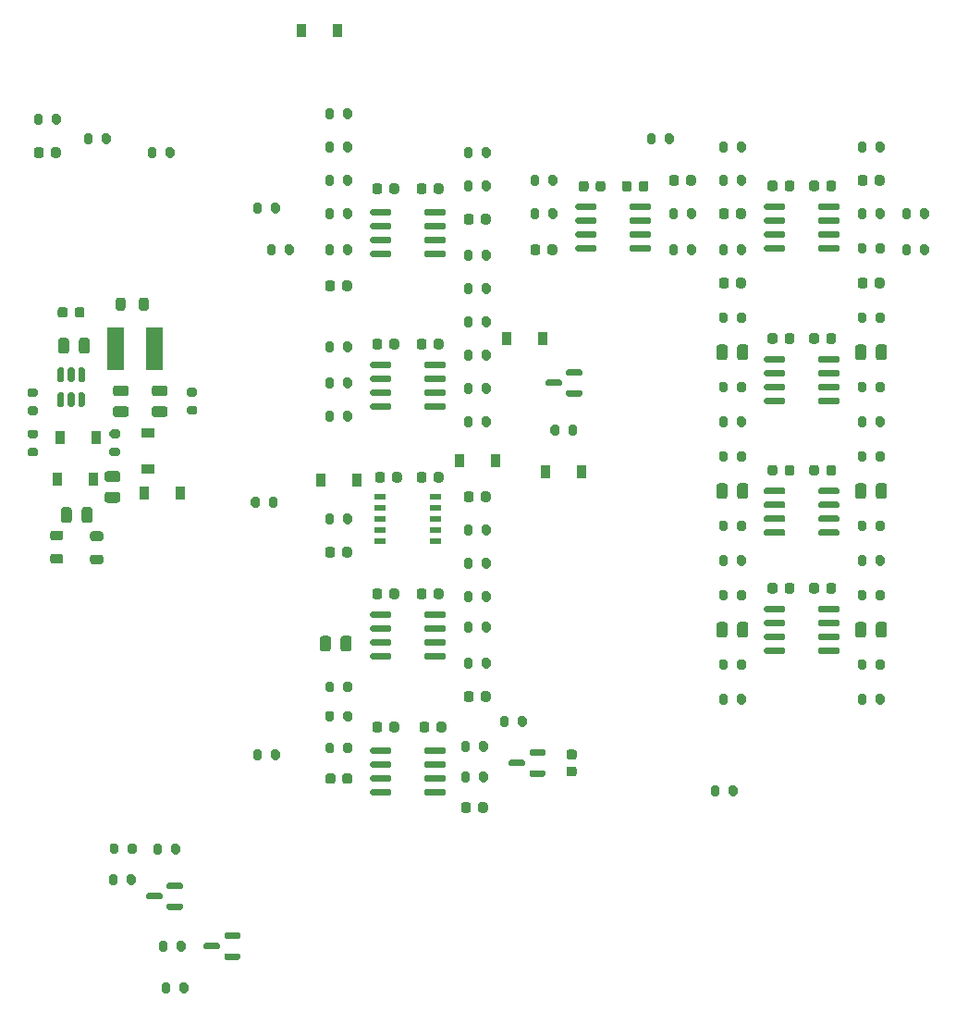
<source format=gbp>
G04 #@! TF.GenerationSoftware,KiCad,Pcbnew,6.0.5+dfsg-1~bpo11+1*
G04 #@! TF.CreationDate,2023-01-30T19:55:39+00:00*
G04 #@! TF.ProjectId,phasor_II,70686173-6f72-45f4-9949-2e6b69636164,0*
G04 #@! TF.SameCoordinates,Original*
G04 #@! TF.FileFunction,Paste,Bot*
G04 #@! TF.FilePolarity,Positive*
%FSLAX46Y46*%
G04 Gerber Fmt 4.6, Leading zero omitted, Abs format (unit mm)*
G04 Created by KiCad (PCBNEW 6.0.5+dfsg-1~bpo11+1) date 2023-01-30 19:55:39*
%MOMM*%
%LPD*%
G01*
G04 APERTURE LIST*
%ADD10R,0.900000X1.200000*%
%ADD11R,1.200000X0.900000*%
%ADD12R,1.500000X4.000000*%
%ADD13R,1.100000X0.510000*%
G04 APERTURE END LIST*
G36*
G01*
X148889000Y-112797000D02*
X148889000Y-112247000D01*
G75*
G02*
X149089000Y-112047000I200000J0D01*
G01*
X149489000Y-112047000D01*
G75*
G02*
X149689000Y-112247000I0J-200000D01*
G01*
X149689000Y-112797000D01*
G75*
G02*
X149489000Y-112997000I-200000J0D01*
G01*
X149089000Y-112997000D01*
G75*
G02*
X148889000Y-112797000I0J200000D01*
G01*
G37*
G36*
G01*
X150539000Y-112797000D02*
X150539000Y-112247000D01*
G75*
G02*
X150739000Y-112047000I200000J0D01*
G01*
X151139000Y-112047000D01*
G75*
G02*
X151339000Y-112247000I0J-200000D01*
G01*
X151339000Y-112797000D01*
G75*
G02*
X151139000Y-112997000I-200000J0D01*
G01*
X150739000Y-112997000D01*
G75*
G02*
X150539000Y-112797000I0J200000D01*
G01*
G37*
G36*
G01*
X148889000Y-75205000D02*
X148889000Y-74655000D01*
G75*
G02*
X149089000Y-74455000I200000J0D01*
G01*
X149489000Y-74455000D01*
G75*
G02*
X149689000Y-74655000I0J-200000D01*
G01*
X149689000Y-75205000D01*
G75*
G02*
X149489000Y-75405000I-200000J0D01*
G01*
X149089000Y-75405000D01*
G75*
G02*
X148889000Y-75205000I0J200000D01*
G01*
G37*
G36*
G01*
X150539000Y-75205000D02*
X150539000Y-74655000D01*
G75*
G02*
X150739000Y-74455000I200000J0D01*
G01*
X151139000Y-74455000D01*
G75*
G02*
X151339000Y-74655000I0J-200000D01*
G01*
X151339000Y-75205000D01*
G75*
G02*
X151139000Y-75405000I-200000J0D01*
G01*
X150739000Y-75405000D01*
G75*
G02*
X150539000Y-75205000I0J200000D01*
G01*
G37*
G36*
G01*
X138639000Y-68051000D02*
X138639000Y-68601000D01*
G75*
G02*
X138439000Y-68801000I-200000J0D01*
G01*
X138039000Y-68801000D01*
G75*
G02*
X137839000Y-68601000I0J200000D01*
G01*
X137839000Y-68051000D01*
G75*
G02*
X138039000Y-67851000I200000J0D01*
G01*
X138439000Y-67851000D01*
G75*
G02*
X138639000Y-68051000I0J-200000D01*
G01*
G37*
G36*
G01*
X136989000Y-68051000D02*
X136989000Y-68601000D01*
G75*
G02*
X136789000Y-68801000I-200000J0D01*
G01*
X136389000Y-68801000D01*
G75*
G02*
X136189000Y-68601000I0J200000D01*
G01*
X136189000Y-68051000D01*
G75*
G02*
X136389000Y-67851000I200000J0D01*
G01*
X136789000Y-67851000D01*
G75*
G02*
X136989000Y-68051000I0J-200000D01*
G01*
G37*
G36*
G01*
X109672800Y-95916200D02*
X109122800Y-95916200D01*
G75*
G02*
X108922800Y-95716200I0J200000D01*
G01*
X108922800Y-95316200D01*
G75*
G02*
X109122800Y-95116200I200000J0D01*
G01*
X109672800Y-95116200D01*
G75*
G02*
X109872800Y-95316200I0J-200000D01*
G01*
X109872800Y-95716200D01*
G75*
G02*
X109672800Y-95916200I-200000J0D01*
G01*
G37*
G36*
G01*
X109672800Y-94266200D02*
X109122800Y-94266200D01*
G75*
G02*
X108922800Y-94066200I0J200000D01*
G01*
X108922800Y-93666200D01*
G75*
G02*
X109122800Y-93466200I200000J0D01*
G01*
X109672800Y-93466200D01*
G75*
G02*
X109872800Y-93666200I0J-200000D01*
G01*
X109872800Y-94066200D01*
G75*
G02*
X109672800Y-94266200I-200000J0D01*
G01*
G37*
G36*
G01*
X176702000Y-75180000D02*
X176702000Y-74680000D01*
G75*
G02*
X176927000Y-74455000I225000J0D01*
G01*
X177377000Y-74455000D01*
G75*
G02*
X177602000Y-74680000I0J-225000D01*
G01*
X177602000Y-75180000D01*
G75*
G02*
X177377000Y-75405000I-225000J0D01*
G01*
X176927000Y-75405000D01*
G75*
G02*
X176702000Y-75180000I0J225000D01*
G01*
G37*
G36*
G01*
X178252000Y-75180000D02*
X178252000Y-74680000D01*
G75*
G02*
X178477000Y-74455000I225000J0D01*
G01*
X178927000Y-74455000D01*
G75*
G02*
X179152000Y-74680000I0J-225000D01*
G01*
X179152000Y-75180000D01*
G75*
G02*
X178927000Y-75405000I-225000J0D01*
G01*
X178477000Y-75405000D01*
G75*
G02*
X178252000Y-75180000I0J225000D01*
G01*
G37*
G36*
G01*
X187407000Y-71099000D02*
X187407000Y-71649000D01*
G75*
G02*
X187207000Y-71849000I-200000J0D01*
G01*
X186807000Y-71849000D01*
G75*
G02*
X186607000Y-71649000I0J200000D01*
G01*
X186607000Y-71099000D01*
G75*
G02*
X186807000Y-70899000I200000J0D01*
G01*
X187207000Y-70899000D01*
G75*
G02*
X187407000Y-71099000I0J-200000D01*
G01*
G37*
G36*
G01*
X185757000Y-71099000D02*
X185757000Y-71649000D01*
G75*
G02*
X185557000Y-71849000I-200000J0D01*
G01*
X185157000Y-71849000D01*
G75*
G02*
X184957000Y-71649000I0J200000D01*
G01*
X184957000Y-71099000D01*
G75*
G02*
X185157000Y-70899000I200000J0D01*
G01*
X185557000Y-70899000D01*
G75*
G02*
X185757000Y-71099000I0J-200000D01*
G01*
G37*
G36*
G01*
X184957000Y-87270000D02*
X184957000Y-86720000D01*
G75*
G02*
X185157000Y-86520000I200000J0D01*
G01*
X185557000Y-86520000D01*
G75*
G02*
X185757000Y-86720000I0J-200000D01*
G01*
X185757000Y-87270000D01*
G75*
G02*
X185557000Y-87470000I-200000J0D01*
G01*
X185157000Y-87470000D01*
G75*
G02*
X184957000Y-87270000I0J200000D01*
G01*
G37*
G36*
G01*
X186607000Y-87270000D02*
X186607000Y-86720000D01*
G75*
G02*
X186807000Y-86520000I200000J0D01*
G01*
X187207000Y-86520000D01*
G75*
G02*
X187407000Y-86720000I0J-200000D01*
G01*
X187407000Y-87270000D01*
G75*
G02*
X187207000Y-87470000I-200000J0D01*
G01*
X186807000Y-87470000D01*
G75*
G02*
X186607000Y-87270000I0J200000D01*
G01*
G37*
G36*
G01*
X157435000Y-80522000D02*
X157435000Y-81022000D01*
G75*
G02*
X157210000Y-81247000I-225000J0D01*
G01*
X156760000Y-81247000D01*
G75*
G02*
X156535000Y-81022000I0J225000D01*
G01*
X156535000Y-80522000D01*
G75*
G02*
X156760000Y-80297000I225000J0D01*
G01*
X157210000Y-80297000D01*
G75*
G02*
X157435000Y-80522000I0J-225000D01*
G01*
G37*
G36*
G01*
X155885000Y-80522000D02*
X155885000Y-81022000D01*
G75*
G02*
X155660000Y-81247000I-225000J0D01*
G01*
X155210000Y-81247000D01*
G75*
G02*
X154985000Y-81022000I0J225000D01*
G01*
X154985000Y-80522000D01*
G75*
G02*
X155210000Y-80297000I225000J0D01*
G01*
X155660000Y-80297000D01*
G75*
G02*
X155885000Y-80522000I0J-225000D01*
G01*
G37*
G36*
G01*
X117953400Y-96090400D02*
X117003400Y-96090400D01*
G75*
G02*
X116753400Y-95840400I0J250000D01*
G01*
X116753400Y-95340400D01*
G75*
G02*
X117003400Y-95090400I250000J0D01*
G01*
X117953400Y-95090400D01*
G75*
G02*
X118203400Y-95340400I0J-250000D01*
G01*
X118203400Y-95840400D01*
G75*
G02*
X117953400Y-96090400I-250000J0D01*
G01*
G37*
G36*
G01*
X117953400Y-94190400D02*
X117003400Y-94190400D01*
G75*
G02*
X116753400Y-93940400I0J250000D01*
G01*
X116753400Y-93440400D01*
G75*
G02*
X117003400Y-93190400I250000J0D01*
G01*
X117953400Y-93190400D01*
G75*
G02*
X118203400Y-93440400I0J-250000D01*
G01*
X118203400Y-93940400D01*
G75*
G02*
X117953400Y-94190400I-250000J0D01*
G01*
G37*
G36*
G01*
X119933000Y-72157000D02*
X119933000Y-71607000D01*
G75*
G02*
X120133000Y-71407000I200000J0D01*
G01*
X120533000Y-71407000D01*
G75*
G02*
X120733000Y-71607000I0J-200000D01*
G01*
X120733000Y-72157000D01*
G75*
G02*
X120533000Y-72357000I-200000J0D01*
G01*
X120133000Y-72357000D01*
G75*
G02*
X119933000Y-72157000I0J200000D01*
G01*
G37*
G36*
G01*
X121583000Y-72157000D02*
X121583000Y-71607000D01*
G75*
G02*
X121783000Y-71407000I200000J0D01*
G01*
X122183000Y-71407000D01*
G75*
G02*
X122383000Y-71607000I0J-200000D01*
G01*
X122383000Y-72157000D01*
G75*
G02*
X122183000Y-72357000I-200000J0D01*
G01*
X121783000Y-72357000D01*
G75*
G02*
X121583000Y-72157000I0J200000D01*
G01*
G37*
D10*
X122938400Y-103022400D03*
X119638400Y-103022400D03*
G36*
G01*
X151339000Y-84053000D02*
X151339000Y-84603000D01*
G75*
G02*
X151139000Y-84803000I-200000J0D01*
G01*
X150739000Y-84803000D01*
G75*
G02*
X150539000Y-84603000I0J200000D01*
G01*
X150539000Y-84053000D01*
G75*
G02*
X150739000Y-83853000I200000J0D01*
G01*
X151139000Y-83853000D01*
G75*
G02*
X151339000Y-84053000I0J-200000D01*
G01*
G37*
G36*
G01*
X149689000Y-84053000D02*
X149689000Y-84603000D01*
G75*
G02*
X149489000Y-84803000I-200000J0D01*
G01*
X149089000Y-84803000D01*
G75*
G02*
X148889000Y-84603000I0J200000D01*
G01*
X148889000Y-84053000D01*
G75*
G02*
X149089000Y-83853000I200000J0D01*
G01*
X149489000Y-83853000D01*
G75*
G02*
X149689000Y-84053000I0J-200000D01*
G01*
G37*
G36*
G01*
X114153400Y-86262400D02*
X114153400Y-86762400D01*
G75*
G02*
X113928400Y-86987400I-225000J0D01*
G01*
X113478400Y-86987400D01*
G75*
G02*
X113253400Y-86762400I0J225000D01*
G01*
X113253400Y-86262400D01*
G75*
G02*
X113478400Y-86037400I225000J0D01*
G01*
X113928400Y-86037400D01*
G75*
G02*
X114153400Y-86262400I0J-225000D01*
G01*
G37*
G36*
G01*
X112603400Y-86262400D02*
X112603400Y-86762400D01*
G75*
G02*
X112378400Y-86987400I-225000J0D01*
G01*
X111928400Y-86987400D01*
G75*
G02*
X111703400Y-86762400I0J225000D01*
G01*
X111703400Y-86262400D01*
G75*
G02*
X111928400Y-86037400I225000J0D01*
G01*
X112378400Y-86037400D01*
G75*
G02*
X112603400Y-86262400I0J-225000D01*
G01*
G37*
G36*
G01*
X172032000Y-103345000D02*
X172032000Y-102395000D01*
G75*
G02*
X172282000Y-102145000I250000J0D01*
G01*
X172782000Y-102145000D01*
G75*
G02*
X173032000Y-102395000I0J-250000D01*
G01*
X173032000Y-103345000D01*
G75*
G02*
X172782000Y-103595000I-250000J0D01*
G01*
X172282000Y-103595000D01*
G75*
G02*
X172032000Y-103345000I0J250000D01*
G01*
G37*
G36*
G01*
X173932000Y-103345000D02*
X173932000Y-102395000D01*
G75*
G02*
X174182000Y-102145000I250000J0D01*
G01*
X174682000Y-102145000D01*
G75*
G02*
X174932000Y-102395000I0J-250000D01*
G01*
X174932000Y-103345000D01*
G75*
G02*
X174682000Y-103595000I-250000J0D01*
G01*
X174182000Y-103595000D01*
G75*
G02*
X173932000Y-103345000I0J250000D01*
G01*
G37*
G36*
G01*
X130855000Y-81047000D02*
X130855000Y-80497000D01*
G75*
G02*
X131055000Y-80297000I200000J0D01*
G01*
X131455000Y-80297000D01*
G75*
G02*
X131655000Y-80497000I0J-200000D01*
G01*
X131655000Y-81047000D01*
G75*
G02*
X131455000Y-81247000I-200000J0D01*
G01*
X131055000Y-81247000D01*
G75*
G02*
X130855000Y-81047000I0J200000D01*
G01*
G37*
G36*
G01*
X132505000Y-81047000D02*
X132505000Y-80497000D01*
G75*
G02*
X132705000Y-80297000I200000J0D01*
G01*
X133105000Y-80297000D01*
G75*
G02*
X133305000Y-80497000I0J-200000D01*
G01*
X133305000Y-81047000D01*
G75*
G02*
X133105000Y-81247000I-200000J0D01*
G01*
X132705000Y-81247000D01*
G75*
G02*
X132505000Y-81047000I0J200000D01*
G01*
G37*
G36*
G01*
X176382000Y-106830000D02*
X176382000Y-106530000D01*
G75*
G02*
X176532000Y-106380000I150000J0D01*
G01*
X178182000Y-106380000D01*
G75*
G02*
X178332000Y-106530000I0J-150000D01*
G01*
X178332000Y-106830000D01*
G75*
G02*
X178182000Y-106980000I-150000J0D01*
G01*
X176532000Y-106980000D01*
G75*
G02*
X176382000Y-106830000I0J150000D01*
G01*
G37*
G36*
G01*
X176382000Y-105560000D02*
X176382000Y-105260000D01*
G75*
G02*
X176532000Y-105110000I150000J0D01*
G01*
X178182000Y-105110000D01*
G75*
G02*
X178332000Y-105260000I0J-150000D01*
G01*
X178332000Y-105560000D01*
G75*
G02*
X178182000Y-105710000I-150000J0D01*
G01*
X176532000Y-105710000D01*
G75*
G02*
X176382000Y-105560000I0J150000D01*
G01*
G37*
G36*
G01*
X176382000Y-104290000D02*
X176382000Y-103990000D01*
G75*
G02*
X176532000Y-103840000I150000J0D01*
G01*
X178182000Y-103840000D01*
G75*
G02*
X178332000Y-103990000I0J-150000D01*
G01*
X178332000Y-104290000D01*
G75*
G02*
X178182000Y-104440000I-150000J0D01*
G01*
X176532000Y-104440000D01*
G75*
G02*
X176382000Y-104290000I0J150000D01*
G01*
G37*
G36*
G01*
X176382000Y-103020000D02*
X176382000Y-102720000D01*
G75*
G02*
X176532000Y-102570000I150000J0D01*
G01*
X178182000Y-102570000D01*
G75*
G02*
X178332000Y-102720000I0J-150000D01*
G01*
X178332000Y-103020000D01*
G75*
G02*
X178182000Y-103170000I-150000J0D01*
G01*
X176532000Y-103170000D01*
G75*
G02*
X176382000Y-103020000I0J150000D01*
G01*
G37*
G36*
G01*
X181332000Y-103020000D02*
X181332000Y-102720000D01*
G75*
G02*
X181482000Y-102570000I150000J0D01*
G01*
X183132000Y-102570000D01*
G75*
G02*
X183282000Y-102720000I0J-150000D01*
G01*
X183282000Y-103020000D01*
G75*
G02*
X183132000Y-103170000I-150000J0D01*
G01*
X181482000Y-103170000D01*
G75*
G02*
X181332000Y-103020000I0J150000D01*
G01*
G37*
G36*
G01*
X181332000Y-104290000D02*
X181332000Y-103990000D01*
G75*
G02*
X181482000Y-103840000I150000J0D01*
G01*
X183132000Y-103840000D01*
G75*
G02*
X183282000Y-103990000I0J-150000D01*
G01*
X183282000Y-104290000D01*
G75*
G02*
X183132000Y-104440000I-150000J0D01*
G01*
X181482000Y-104440000D01*
G75*
G02*
X181332000Y-104290000I0J150000D01*
G01*
G37*
G36*
G01*
X181332000Y-105560000D02*
X181332000Y-105260000D01*
G75*
G02*
X181482000Y-105110000I150000J0D01*
G01*
X183132000Y-105110000D01*
G75*
G02*
X183282000Y-105260000I0J-150000D01*
G01*
X183282000Y-105560000D01*
G75*
G02*
X183132000Y-105710000I-150000J0D01*
G01*
X181482000Y-105710000D01*
G75*
G02*
X181332000Y-105560000I0J150000D01*
G01*
G37*
G36*
G01*
X181332000Y-106830000D02*
X181332000Y-106530000D01*
G75*
G02*
X181482000Y-106380000I150000J0D01*
G01*
X183132000Y-106380000D01*
G75*
G02*
X183282000Y-106530000I0J-150000D01*
G01*
X183282000Y-106830000D01*
G75*
G02*
X183132000Y-106980000I-150000J0D01*
G01*
X181482000Y-106980000D01*
G75*
G02*
X181332000Y-106830000I0J150000D01*
G01*
G37*
G36*
G01*
X123150000Y-138854000D02*
X123150000Y-139154000D01*
G75*
G02*
X123000000Y-139304000I-150000J0D01*
G01*
X121825000Y-139304000D01*
G75*
G02*
X121675000Y-139154000I0J150000D01*
G01*
X121675000Y-138854000D01*
G75*
G02*
X121825000Y-138704000I150000J0D01*
G01*
X123000000Y-138704000D01*
G75*
G02*
X123150000Y-138854000I0J-150000D01*
G01*
G37*
G36*
G01*
X123150000Y-140754000D02*
X123150000Y-141054000D01*
G75*
G02*
X123000000Y-141204000I-150000J0D01*
G01*
X121825000Y-141204000D01*
G75*
G02*
X121675000Y-141054000I0J150000D01*
G01*
X121675000Y-140754000D01*
G75*
G02*
X121825000Y-140604000I150000J0D01*
G01*
X123000000Y-140604000D01*
G75*
G02*
X123150000Y-140754000I0J-150000D01*
G01*
G37*
G36*
G01*
X121275000Y-139804000D02*
X121275000Y-140104000D01*
G75*
G02*
X121125000Y-140254000I-150000J0D01*
G01*
X119950000Y-140254000D01*
G75*
G02*
X119800000Y-140104000I0J150000D01*
G01*
X119800000Y-139804000D01*
G75*
G02*
X119950000Y-139654000I150000J0D01*
G01*
X121125000Y-139654000D01*
G75*
G02*
X121275000Y-139804000I0J-150000D01*
G01*
G37*
G36*
G01*
X174707000Y-108945000D02*
X174707000Y-109495000D01*
G75*
G02*
X174507000Y-109695000I-200000J0D01*
G01*
X174107000Y-109695000D01*
G75*
G02*
X173907000Y-109495000I0J200000D01*
G01*
X173907000Y-108945000D01*
G75*
G02*
X174107000Y-108745000I200000J0D01*
G01*
X174507000Y-108745000D01*
G75*
G02*
X174707000Y-108945000I0J-200000D01*
G01*
G37*
G36*
G01*
X173057000Y-108945000D02*
X173057000Y-109495000D01*
G75*
G02*
X172857000Y-109695000I-200000J0D01*
G01*
X172457000Y-109695000D01*
G75*
G02*
X172257000Y-109495000I0J200000D01*
G01*
X172257000Y-108945000D01*
G75*
G02*
X172457000Y-108745000I200000J0D01*
G01*
X172857000Y-108745000D01*
G75*
G02*
X173057000Y-108945000I0J-200000D01*
G01*
G37*
G36*
G01*
X174707000Y-96245000D02*
X174707000Y-96795000D01*
G75*
G02*
X174507000Y-96995000I-200000J0D01*
G01*
X174107000Y-96995000D01*
G75*
G02*
X173907000Y-96795000I0J200000D01*
G01*
X173907000Y-96245000D01*
G75*
G02*
X174107000Y-96045000I200000J0D01*
G01*
X174507000Y-96045000D01*
G75*
G02*
X174707000Y-96245000I0J-200000D01*
G01*
G37*
G36*
G01*
X173057000Y-96245000D02*
X173057000Y-96795000D01*
G75*
G02*
X172857000Y-96995000I-200000J0D01*
G01*
X172457000Y-96995000D01*
G75*
G02*
X172257000Y-96795000I0J200000D01*
G01*
X172257000Y-96245000D01*
G75*
G02*
X172457000Y-96045000I200000J0D01*
G01*
X172857000Y-96045000D01*
G75*
G02*
X173057000Y-96245000I0J-200000D01*
G01*
G37*
X148464000Y-100076000D03*
X151764000Y-100076000D03*
G36*
G01*
X138639000Y-105135000D02*
X138639000Y-105685000D01*
G75*
G02*
X138439000Y-105885000I-200000J0D01*
G01*
X138039000Y-105885000D01*
G75*
G02*
X137839000Y-105685000I0J200000D01*
G01*
X137839000Y-105135000D01*
G75*
G02*
X138039000Y-104935000I200000J0D01*
G01*
X138439000Y-104935000D01*
G75*
G02*
X138639000Y-105135000I0J-200000D01*
G01*
G37*
G36*
G01*
X136989000Y-105135000D02*
X136989000Y-105685000D01*
G75*
G02*
X136789000Y-105885000I-200000J0D01*
G01*
X136389000Y-105885000D01*
G75*
G02*
X136189000Y-105685000I0J200000D01*
G01*
X136189000Y-105135000D01*
G75*
G02*
X136389000Y-104935000I200000J0D01*
G01*
X136789000Y-104935000D01*
G75*
G02*
X136989000Y-105135000I0J-200000D01*
G01*
G37*
G36*
G01*
X180512000Y-75180000D02*
X180512000Y-74680000D01*
G75*
G02*
X180737000Y-74455000I225000J0D01*
G01*
X181187000Y-74455000D01*
G75*
G02*
X181412000Y-74680000I0J-225000D01*
G01*
X181412000Y-75180000D01*
G75*
G02*
X181187000Y-75405000I-225000J0D01*
G01*
X180737000Y-75405000D01*
G75*
G02*
X180512000Y-75180000I0J225000D01*
G01*
G37*
G36*
G01*
X182062000Y-75180000D02*
X182062000Y-74680000D01*
G75*
G02*
X182287000Y-74455000I225000J0D01*
G01*
X182737000Y-74455000D01*
G75*
G02*
X182962000Y-74680000I0J-225000D01*
G01*
X182962000Y-75180000D01*
G75*
G02*
X182737000Y-75405000I-225000J0D01*
G01*
X182287000Y-75405000D01*
G75*
G02*
X182062000Y-75180000I0J225000D01*
G01*
G37*
G36*
G01*
X191471000Y-80497000D02*
X191471000Y-81047000D01*
G75*
G02*
X191271000Y-81247000I-200000J0D01*
G01*
X190871000Y-81247000D01*
G75*
G02*
X190671000Y-81047000I0J200000D01*
G01*
X190671000Y-80497000D01*
G75*
G02*
X190871000Y-80297000I200000J0D01*
G01*
X191271000Y-80297000D01*
G75*
G02*
X191471000Y-80497000I0J-200000D01*
G01*
G37*
G36*
G01*
X189821000Y-80497000D02*
X189821000Y-81047000D01*
G75*
G02*
X189621000Y-81247000I-200000J0D01*
G01*
X189221000Y-81247000D01*
G75*
G02*
X189021000Y-81047000I0J200000D01*
G01*
X189021000Y-80497000D01*
G75*
G02*
X189221000Y-80297000I200000J0D01*
G01*
X189621000Y-80297000D01*
G75*
G02*
X189821000Y-80497000I0J-200000D01*
G01*
G37*
G36*
G01*
X138639000Y-71099000D02*
X138639000Y-71649000D01*
G75*
G02*
X138439000Y-71849000I-200000J0D01*
G01*
X138039000Y-71849000D01*
G75*
G02*
X137839000Y-71649000I0J200000D01*
G01*
X137839000Y-71099000D01*
G75*
G02*
X138039000Y-70899000I200000J0D01*
G01*
X138439000Y-70899000D01*
G75*
G02*
X138639000Y-71099000I0J-200000D01*
G01*
G37*
G36*
G01*
X136989000Y-71099000D02*
X136989000Y-71649000D01*
G75*
G02*
X136789000Y-71849000I-200000J0D01*
G01*
X136389000Y-71849000D01*
G75*
G02*
X136189000Y-71649000I0J200000D01*
G01*
X136189000Y-71099000D01*
G75*
G02*
X136389000Y-70899000I200000J0D01*
G01*
X136789000Y-70899000D01*
G75*
G02*
X136989000Y-71099000I0J-200000D01*
G01*
G37*
G36*
G01*
X187407000Y-118470000D02*
X187407000Y-119020000D01*
G75*
G02*
X187207000Y-119220000I-200000J0D01*
G01*
X186807000Y-119220000D01*
G75*
G02*
X186607000Y-119020000I0J200000D01*
G01*
X186607000Y-118470000D01*
G75*
G02*
X186807000Y-118270000I200000J0D01*
G01*
X187207000Y-118270000D01*
G75*
G02*
X187407000Y-118470000I0J-200000D01*
G01*
G37*
G36*
G01*
X185757000Y-118470000D02*
X185757000Y-119020000D01*
G75*
G02*
X185557000Y-119220000I-200000J0D01*
G01*
X185157000Y-119220000D01*
G75*
G02*
X184957000Y-119020000I0J200000D01*
G01*
X184957000Y-118470000D01*
G75*
G02*
X185157000Y-118270000I200000J0D01*
G01*
X185557000Y-118270000D01*
G75*
G02*
X185757000Y-118470000I0J-200000D01*
G01*
G37*
G36*
G01*
X151339000Y-106151000D02*
X151339000Y-106701000D01*
G75*
G02*
X151139000Y-106901000I-200000J0D01*
G01*
X150739000Y-106901000D01*
G75*
G02*
X150539000Y-106701000I0J200000D01*
G01*
X150539000Y-106151000D01*
G75*
G02*
X150739000Y-105951000I200000J0D01*
G01*
X151139000Y-105951000D01*
G75*
G02*
X151339000Y-106151000I0J-200000D01*
G01*
G37*
G36*
G01*
X149689000Y-106151000D02*
X149689000Y-106701000D01*
G75*
G02*
X149489000Y-106901000I-200000J0D01*
G01*
X149089000Y-106901000D01*
G75*
G02*
X148889000Y-106701000I0J200000D01*
G01*
X148889000Y-106151000D01*
G75*
G02*
X149089000Y-105951000I200000J0D01*
G01*
X149489000Y-105951000D01*
G75*
G02*
X149689000Y-106151000I0J-200000D01*
G01*
G37*
G36*
G01*
X138639000Y-89387000D02*
X138639000Y-89937000D01*
G75*
G02*
X138439000Y-90137000I-200000J0D01*
G01*
X138039000Y-90137000D01*
G75*
G02*
X137839000Y-89937000I0J200000D01*
G01*
X137839000Y-89387000D01*
G75*
G02*
X138039000Y-89187000I200000J0D01*
G01*
X138439000Y-89187000D01*
G75*
G02*
X138639000Y-89387000I0J-200000D01*
G01*
G37*
G36*
G01*
X136989000Y-89387000D02*
X136989000Y-89937000D01*
G75*
G02*
X136789000Y-90137000I-200000J0D01*
G01*
X136389000Y-90137000D01*
G75*
G02*
X136189000Y-89937000I0J200000D01*
G01*
X136189000Y-89387000D01*
G75*
G02*
X136389000Y-89187000I200000J0D01*
G01*
X136789000Y-89187000D01*
G75*
G02*
X136989000Y-89387000I0J-200000D01*
G01*
G37*
G36*
G01*
X131844000Y-103611000D02*
X131844000Y-104161000D01*
G75*
G02*
X131644000Y-104361000I-200000J0D01*
G01*
X131244000Y-104361000D01*
G75*
G02*
X131044000Y-104161000I0J200000D01*
G01*
X131044000Y-103611000D01*
G75*
G02*
X131244000Y-103411000I200000J0D01*
G01*
X131644000Y-103411000D01*
G75*
G02*
X131844000Y-103611000I0J-200000D01*
G01*
G37*
G36*
G01*
X130194000Y-103611000D02*
X130194000Y-104161000D01*
G75*
G02*
X129994000Y-104361000I-200000J0D01*
G01*
X129594000Y-104361000D01*
G75*
G02*
X129394000Y-104161000I0J200000D01*
G01*
X129394000Y-103611000D01*
G75*
G02*
X129594000Y-103411000I200000J0D01*
G01*
X129994000Y-103411000D01*
G75*
G02*
X130194000Y-103611000I0J-200000D01*
G01*
G37*
G36*
G01*
X136214400Y-129434400D02*
X136214400Y-128934400D01*
G75*
G02*
X136439400Y-128709400I225000J0D01*
G01*
X136889400Y-128709400D01*
G75*
G02*
X137114400Y-128934400I0J-225000D01*
G01*
X137114400Y-129434400D01*
G75*
G02*
X136889400Y-129659400I-225000J0D01*
G01*
X136439400Y-129659400D01*
G75*
G02*
X136214400Y-129434400I0J225000D01*
G01*
G37*
G36*
G01*
X137764400Y-129434400D02*
X137764400Y-128934400D01*
G75*
G02*
X137989400Y-128709400I225000J0D01*
G01*
X138439400Y-128709400D01*
G75*
G02*
X138664400Y-128934400I0J-225000D01*
G01*
X138664400Y-129434400D01*
G75*
G02*
X138439400Y-129659400I-225000J0D01*
G01*
X137989400Y-129659400D01*
G75*
G02*
X137764400Y-129434400I0J225000D01*
G01*
G37*
G36*
G01*
X140314000Y-95273000D02*
X140314000Y-94973000D01*
G75*
G02*
X140464000Y-94823000I150000J0D01*
G01*
X142114000Y-94823000D01*
G75*
G02*
X142264000Y-94973000I0J-150000D01*
G01*
X142264000Y-95273000D01*
G75*
G02*
X142114000Y-95423000I-150000J0D01*
G01*
X140464000Y-95423000D01*
G75*
G02*
X140314000Y-95273000I0J150000D01*
G01*
G37*
G36*
G01*
X140314000Y-94003000D02*
X140314000Y-93703000D01*
G75*
G02*
X140464000Y-93553000I150000J0D01*
G01*
X142114000Y-93553000D01*
G75*
G02*
X142264000Y-93703000I0J-150000D01*
G01*
X142264000Y-94003000D01*
G75*
G02*
X142114000Y-94153000I-150000J0D01*
G01*
X140464000Y-94153000D01*
G75*
G02*
X140314000Y-94003000I0J150000D01*
G01*
G37*
G36*
G01*
X140314000Y-92733000D02*
X140314000Y-92433000D01*
G75*
G02*
X140464000Y-92283000I150000J0D01*
G01*
X142114000Y-92283000D01*
G75*
G02*
X142264000Y-92433000I0J-150000D01*
G01*
X142264000Y-92733000D01*
G75*
G02*
X142114000Y-92883000I-150000J0D01*
G01*
X140464000Y-92883000D01*
G75*
G02*
X140314000Y-92733000I0J150000D01*
G01*
G37*
G36*
G01*
X140314000Y-91463000D02*
X140314000Y-91163000D01*
G75*
G02*
X140464000Y-91013000I150000J0D01*
G01*
X142114000Y-91013000D01*
G75*
G02*
X142264000Y-91163000I0J-150000D01*
G01*
X142264000Y-91463000D01*
G75*
G02*
X142114000Y-91613000I-150000J0D01*
G01*
X140464000Y-91613000D01*
G75*
G02*
X140314000Y-91463000I0J150000D01*
G01*
G37*
G36*
G01*
X145264000Y-91463000D02*
X145264000Y-91163000D01*
G75*
G02*
X145414000Y-91013000I150000J0D01*
G01*
X147064000Y-91013000D01*
G75*
G02*
X147214000Y-91163000I0J-150000D01*
G01*
X147214000Y-91463000D01*
G75*
G02*
X147064000Y-91613000I-150000J0D01*
G01*
X145414000Y-91613000D01*
G75*
G02*
X145264000Y-91463000I0J150000D01*
G01*
G37*
G36*
G01*
X145264000Y-92733000D02*
X145264000Y-92433000D01*
G75*
G02*
X145414000Y-92283000I150000J0D01*
G01*
X147064000Y-92283000D01*
G75*
G02*
X147214000Y-92433000I0J-150000D01*
G01*
X147214000Y-92733000D01*
G75*
G02*
X147064000Y-92883000I-150000J0D01*
G01*
X145414000Y-92883000D01*
G75*
G02*
X145264000Y-92733000I0J150000D01*
G01*
G37*
G36*
G01*
X145264000Y-94003000D02*
X145264000Y-93703000D01*
G75*
G02*
X145414000Y-93553000I150000J0D01*
G01*
X147064000Y-93553000D01*
G75*
G02*
X147214000Y-93703000I0J-150000D01*
G01*
X147214000Y-94003000D01*
G75*
G02*
X147064000Y-94153000I-150000J0D01*
G01*
X145414000Y-94153000D01*
G75*
G02*
X145264000Y-94003000I0J150000D01*
G01*
G37*
G36*
G01*
X145264000Y-95273000D02*
X145264000Y-94973000D01*
G75*
G02*
X145414000Y-94823000I150000J0D01*
G01*
X147064000Y-94823000D01*
G75*
G02*
X147214000Y-94973000I0J-150000D01*
G01*
X147214000Y-95273000D01*
G75*
G02*
X147064000Y-95423000I-150000J0D01*
G01*
X145414000Y-95423000D01*
G75*
G02*
X145264000Y-95273000I0J150000D01*
G01*
G37*
G36*
G01*
X138639000Y-108208000D02*
X138639000Y-108708000D01*
G75*
G02*
X138414000Y-108933000I-225000J0D01*
G01*
X137964000Y-108933000D01*
G75*
G02*
X137739000Y-108708000I0J225000D01*
G01*
X137739000Y-108208000D01*
G75*
G02*
X137964000Y-107983000I225000J0D01*
G01*
X138414000Y-107983000D01*
G75*
G02*
X138639000Y-108208000I0J-225000D01*
G01*
G37*
G36*
G01*
X137089000Y-108208000D02*
X137089000Y-108708000D01*
G75*
G02*
X136864000Y-108933000I-225000J0D01*
G01*
X136414000Y-108933000D01*
G75*
G02*
X136189000Y-108708000I0J225000D01*
G01*
X136189000Y-108208000D01*
G75*
G02*
X136414000Y-107983000I225000J0D01*
G01*
X136864000Y-107983000D01*
G75*
G02*
X137089000Y-108208000I0J-225000D01*
G01*
G37*
G36*
G01*
X180512000Y-112010000D02*
X180512000Y-111510000D01*
G75*
G02*
X180737000Y-111285000I225000J0D01*
G01*
X181187000Y-111285000D01*
G75*
G02*
X181412000Y-111510000I0J-225000D01*
G01*
X181412000Y-112010000D01*
G75*
G02*
X181187000Y-112235000I-225000J0D01*
G01*
X180737000Y-112235000D01*
G75*
G02*
X180512000Y-112010000I0J225000D01*
G01*
G37*
G36*
G01*
X182062000Y-112010000D02*
X182062000Y-111510000D01*
G75*
G02*
X182287000Y-111285000I225000J0D01*
G01*
X182737000Y-111285000D01*
G75*
G02*
X182962000Y-111510000I0J-225000D01*
G01*
X182962000Y-112010000D01*
G75*
G02*
X182737000Y-112235000I-225000J0D01*
G01*
X182287000Y-112235000D01*
G75*
G02*
X182062000Y-112010000I0J225000D01*
G01*
G37*
G36*
G01*
X156361000Y-126662000D02*
X156361000Y-126962000D01*
G75*
G02*
X156211000Y-127112000I-150000J0D01*
G01*
X155036000Y-127112000D01*
G75*
G02*
X154886000Y-126962000I0J150000D01*
G01*
X154886000Y-126662000D01*
G75*
G02*
X155036000Y-126512000I150000J0D01*
G01*
X156211000Y-126512000D01*
G75*
G02*
X156361000Y-126662000I0J-150000D01*
G01*
G37*
G36*
G01*
X156361000Y-128562000D02*
X156361000Y-128862000D01*
G75*
G02*
X156211000Y-129012000I-150000J0D01*
G01*
X155036000Y-129012000D01*
G75*
G02*
X154886000Y-128862000I0J150000D01*
G01*
X154886000Y-128562000D01*
G75*
G02*
X155036000Y-128412000I150000J0D01*
G01*
X156211000Y-128412000D01*
G75*
G02*
X156361000Y-128562000I0J-150000D01*
G01*
G37*
G36*
G01*
X154486000Y-127612000D02*
X154486000Y-127912000D01*
G75*
G02*
X154336000Y-128062000I-150000J0D01*
G01*
X153161000Y-128062000D01*
G75*
G02*
X153011000Y-127912000I0J150000D01*
G01*
X153011000Y-127612000D01*
G75*
G02*
X153161000Y-127462000I150000J0D01*
G01*
X154336000Y-127462000D01*
G75*
G02*
X154486000Y-127612000I0J-150000D01*
G01*
G37*
G36*
G01*
X184957000Y-109495000D02*
X184957000Y-108945000D01*
G75*
G02*
X185157000Y-108745000I200000J0D01*
G01*
X185557000Y-108745000D01*
G75*
G02*
X185757000Y-108945000I0J-200000D01*
G01*
X185757000Y-109495000D01*
G75*
G02*
X185557000Y-109695000I-200000J0D01*
G01*
X185157000Y-109695000D01*
G75*
G02*
X184957000Y-109495000I0J200000D01*
G01*
G37*
G36*
G01*
X186607000Y-109495000D02*
X186607000Y-108945000D01*
G75*
G02*
X186807000Y-108745000I200000J0D01*
G01*
X187207000Y-108745000D01*
G75*
G02*
X187407000Y-108945000I0J-200000D01*
G01*
X187407000Y-109495000D01*
G75*
G02*
X187207000Y-109695000I-200000J0D01*
G01*
X186807000Y-109695000D01*
G75*
G02*
X186607000Y-109495000I0J200000D01*
G01*
G37*
G36*
G01*
X151085000Y-131576000D02*
X151085000Y-132076000D01*
G75*
G02*
X150860000Y-132301000I-225000J0D01*
G01*
X150410000Y-132301000D01*
G75*
G02*
X150185000Y-132076000I0J225000D01*
G01*
X150185000Y-131576000D01*
G75*
G02*
X150410000Y-131351000I225000J0D01*
G01*
X150860000Y-131351000D01*
G75*
G02*
X151085000Y-131576000I0J-225000D01*
G01*
G37*
G36*
G01*
X149535000Y-131576000D02*
X149535000Y-132076000D01*
G75*
G02*
X149310000Y-132301000I-225000J0D01*
G01*
X148860000Y-132301000D01*
G75*
G02*
X148635000Y-132076000I0J225000D01*
G01*
X148635000Y-131576000D01*
G75*
G02*
X148860000Y-131351000I225000J0D01*
G01*
X149310000Y-131351000D01*
G75*
G02*
X149535000Y-131576000I0J-225000D01*
G01*
G37*
G36*
G01*
X136189000Y-84324000D02*
X136189000Y-83824000D01*
G75*
G02*
X136414000Y-83599000I225000J0D01*
G01*
X136864000Y-83599000D01*
G75*
G02*
X137089000Y-83824000I0J-225000D01*
G01*
X137089000Y-84324000D01*
G75*
G02*
X136864000Y-84549000I-225000J0D01*
G01*
X136414000Y-84549000D01*
G75*
G02*
X136189000Y-84324000I0J225000D01*
G01*
G37*
G36*
G01*
X137739000Y-84324000D02*
X137739000Y-83824000D01*
G75*
G02*
X137964000Y-83599000I225000J0D01*
G01*
X138414000Y-83599000D01*
G75*
G02*
X138639000Y-83824000I0J-225000D01*
G01*
X138639000Y-84324000D01*
G75*
G02*
X138414000Y-84549000I-225000J0D01*
G01*
X137964000Y-84549000D01*
G75*
G02*
X137739000Y-84324000I0J225000D01*
G01*
G37*
G36*
G01*
X144571000Y-89658000D02*
X144571000Y-89158000D01*
G75*
G02*
X144796000Y-88933000I225000J0D01*
G01*
X145246000Y-88933000D01*
G75*
G02*
X145471000Y-89158000I0J-225000D01*
G01*
X145471000Y-89658000D01*
G75*
G02*
X145246000Y-89883000I-225000J0D01*
G01*
X144796000Y-89883000D01*
G75*
G02*
X144571000Y-89658000I0J225000D01*
G01*
G37*
G36*
G01*
X146121000Y-89658000D02*
X146121000Y-89158000D01*
G75*
G02*
X146346000Y-88933000I225000J0D01*
G01*
X146796000Y-88933000D01*
G75*
G02*
X147021000Y-89158000I0J-225000D01*
G01*
X147021000Y-89658000D01*
G75*
G02*
X146796000Y-89883000I-225000J0D01*
G01*
X146346000Y-89883000D01*
G75*
G02*
X146121000Y-89658000I0J225000D01*
G01*
G37*
G36*
G01*
X184957000Y-122195000D02*
X184957000Y-121645000D01*
G75*
G02*
X185157000Y-121445000I200000J0D01*
G01*
X185557000Y-121445000D01*
G75*
G02*
X185757000Y-121645000I0J-200000D01*
G01*
X185757000Y-122195000D01*
G75*
G02*
X185557000Y-122395000I-200000J0D01*
G01*
X185157000Y-122395000D01*
G75*
G02*
X184957000Y-122195000I0J200000D01*
G01*
G37*
G36*
G01*
X186607000Y-122195000D02*
X186607000Y-121645000D01*
G75*
G02*
X186807000Y-121445000I200000J0D01*
G01*
X187207000Y-121445000D01*
G75*
G02*
X187407000Y-121645000I0J-200000D01*
G01*
X187407000Y-122195000D01*
G75*
G02*
X187207000Y-122395000I-200000J0D01*
G01*
X186807000Y-122395000D01*
G75*
G02*
X186607000Y-122195000I0J200000D01*
G01*
G37*
G36*
G01*
X184957000Y-99970000D02*
X184957000Y-99420000D01*
G75*
G02*
X185157000Y-99220000I200000J0D01*
G01*
X185557000Y-99220000D01*
G75*
G02*
X185757000Y-99420000I0J-200000D01*
G01*
X185757000Y-99970000D01*
G75*
G02*
X185557000Y-100170000I-200000J0D01*
G01*
X185157000Y-100170000D01*
G75*
G02*
X184957000Y-99970000I0J200000D01*
G01*
G37*
G36*
G01*
X186607000Y-99970000D02*
X186607000Y-99420000D01*
G75*
G02*
X186807000Y-99220000I200000J0D01*
G01*
X187207000Y-99220000D01*
G75*
G02*
X187407000Y-99420000I0J-200000D01*
G01*
X187407000Y-99970000D01*
G75*
G02*
X187207000Y-100170000I-200000J0D01*
G01*
X186807000Y-100170000D01*
G75*
G02*
X186607000Y-99970000I0J200000D01*
G01*
G37*
G36*
G01*
X122891000Y-135361000D02*
X122891000Y-135911000D01*
G75*
G02*
X122691000Y-136111000I-200000J0D01*
G01*
X122291000Y-136111000D01*
G75*
G02*
X122091000Y-135911000I0J200000D01*
G01*
X122091000Y-135361000D01*
G75*
G02*
X122291000Y-135161000I200000J0D01*
G01*
X122691000Y-135161000D01*
G75*
G02*
X122891000Y-135361000I0J-200000D01*
G01*
G37*
G36*
G01*
X121241000Y-135361000D02*
X121241000Y-135911000D01*
G75*
G02*
X121041000Y-136111000I-200000J0D01*
G01*
X120641000Y-136111000D01*
G75*
G02*
X120441000Y-135911000I0J200000D01*
G01*
X120441000Y-135361000D01*
G75*
G02*
X120641000Y-135161000I200000J0D01*
G01*
X121041000Y-135161000D01*
G75*
G02*
X121241000Y-135361000I0J-200000D01*
G01*
G37*
G36*
G01*
X151339000Y-90149000D02*
X151339000Y-90699000D01*
G75*
G02*
X151139000Y-90899000I-200000J0D01*
G01*
X150739000Y-90899000D01*
G75*
G02*
X150539000Y-90699000I0J200000D01*
G01*
X150539000Y-90149000D01*
G75*
G02*
X150739000Y-89949000I200000J0D01*
G01*
X151139000Y-89949000D01*
G75*
G02*
X151339000Y-90149000I0J-200000D01*
G01*
G37*
G36*
G01*
X149689000Y-90149000D02*
X149689000Y-90699000D01*
G75*
G02*
X149489000Y-90899000I-200000J0D01*
G01*
X149089000Y-90899000D01*
G75*
G02*
X148889000Y-90699000I0J200000D01*
G01*
X148889000Y-90149000D01*
G75*
G02*
X149089000Y-89949000I200000J0D01*
G01*
X149489000Y-89949000D01*
G75*
G02*
X149689000Y-90149000I0J-200000D01*
G01*
G37*
G36*
G01*
X172257000Y-119020000D02*
X172257000Y-118470000D01*
G75*
G02*
X172457000Y-118270000I200000J0D01*
G01*
X172857000Y-118270000D01*
G75*
G02*
X173057000Y-118470000I0J-200000D01*
G01*
X173057000Y-119020000D01*
G75*
G02*
X172857000Y-119220000I-200000J0D01*
G01*
X172457000Y-119220000D01*
G75*
G02*
X172257000Y-119020000I0J200000D01*
G01*
G37*
G36*
G01*
X173907000Y-119020000D02*
X173907000Y-118470000D01*
G75*
G02*
X174107000Y-118270000I200000J0D01*
G01*
X174507000Y-118270000D01*
G75*
G02*
X174707000Y-118470000I0J-200000D01*
G01*
X174707000Y-119020000D01*
G75*
G02*
X174507000Y-119220000I-200000J0D01*
G01*
X174107000Y-119220000D01*
G75*
G02*
X173907000Y-119020000I0J200000D01*
G01*
G37*
X115238800Y-97942400D03*
X111938800Y-97942400D03*
G36*
G01*
X174707000Y-80497000D02*
X174707000Y-81047000D01*
G75*
G02*
X174507000Y-81247000I-200000J0D01*
G01*
X174107000Y-81247000D01*
G75*
G02*
X173907000Y-81047000I0J200000D01*
G01*
X173907000Y-80497000D01*
G75*
G02*
X174107000Y-80297000I200000J0D01*
G01*
X174507000Y-80297000D01*
G75*
G02*
X174707000Y-80497000I0J-200000D01*
G01*
G37*
G36*
G01*
X173057000Y-80497000D02*
X173057000Y-81047000D01*
G75*
G02*
X172857000Y-81247000I-200000J0D01*
G01*
X172457000Y-81247000D01*
G75*
G02*
X172257000Y-81047000I0J200000D01*
G01*
X172257000Y-80497000D01*
G75*
G02*
X172457000Y-80297000I200000J0D01*
G01*
X172857000Y-80297000D01*
G75*
G02*
X173057000Y-80497000I0J-200000D01*
G01*
G37*
G36*
G01*
X176702000Y-112010000D02*
X176702000Y-111510000D01*
G75*
G02*
X176927000Y-111285000I225000J0D01*
G01*
X177377000Y-111285000D01*
G75*
G02*
X177602000Y-111510000I0J-225000D01*
G01*
X177602000Y-112010000D01*
G75*
G02*
X177377000Y-112235000I-225000J0D01*
G01*
X176927000Y-112235000D01*
G75*
G02*
X176702000Y-112010000I0J225000D01*
G01*
G37*
G36*
G01*
X178252000Y-112010000D02*
X178252000Y-111510000D01*
G75*
G02*
X178477000Y-111285000I225000J0D01*
G01*
X178927000Y-111285000D01*
G75*
G02*
X179152000Y-111510000I0J-225000D01*
G01*
X179152000Y-112010000D01*
G75*
G02*
X178927000Y-112235000I-225000J0D01*
G01*
X178477000Y-112235000D01*
G75*
G02*
X178252000Y-112010000I0J225000D01*
G01*
G37*
G36*
G01*
X151339000Y-115041000D02*
X151339000Y-115591000D01*
G75*
G02*
X151139000Y-115791000I-200000J0D01*
G01*
X150739000Y-115791000D01*
G75*
G02*
X150539000Y-115591000I0J200000D01*
G01*
X150539000Y-115041000D01*
G75*
G02*
X150739000Y-114841000I200000J0D01*
G01*
X151139000Y-114841000D01*
G75*
G02*
X151339000Y-115041000I0J-200000D01*
G01*
G37*
G36*
G01*
X149689000Y-115041000D02*
X149689000Y-115591000D01*
G75*
G02*
X149489000Y-115791000I-200000J0D01*
G01*
X149089000Y-115791000D01*
G75*
G02*
X148889000Y-115591000I0J200000D01*
G01*
X148889000Y-115041000D01*
G75*
G02*
X149089000Y-114841000I200000J0D01*
G01*
X149489000Y-114841000D01*
G75*
G02*
X149689000Y-115041000I0J-200000D01*
G01*
G37*
G36*
G01*
X138639000Y-77195000D02*
X138639000Y-77745000D01*
G75*
G02*
X138439000Y-77945000I-200000J0D01*
G01*
X138039000Y-77945000D01*
G75*
G02*
X137839000Y-77745000I0J200000D01*
G01*
X137839000Y-77195000D01*
G75*
G02*
X138039000Y-76995000I200000J0D01*
G01*
X138439000Y-76995000D01*
G75*
G02*
X138639000Y-77195000I0J-200000D01*
G01*
G37*
G36*
G01*
X136989000Y-77195000D02*
X136989000Y-77745000D01*
G75*
G02*
X136789000Y-77945000I-200000J0D01*
G01*
X136389000Y-77945000D01*
G75*
G02*
X136189000Y-77745000I0J200000D01*
G01*
X136189000Y-77195000D01*
G75*
G02*
X136389000Y-76995000I200000J0D01*
G01*
X136789000Y-76995000D01*
G75*
G02*
X136989000Y-77195000I0J-200000D01*
G01*
G37*
G36*
G01*
X151339000Y-118343000D02*
X151339000Y-118893000D01*
G75*
G02*
X151139000Y-119093000I-200000J0D01*
G01*
X150739000Y-119093000D01*
G75*
G02*
X150539000Y-118893000I0J200000D01*
G01*
X150539000Y-118343000D01*
G75*
G02*
X150739000Y-118143000I200000J0D01*
G01*
X151139000Y-118143000D01*
G75*
G02*
X151339000Y-118343000I0J-200000D01*
G01*
G37*
G36*
G01*
X149689000Y-118343000D02*
X149689000Y-118893000D01*
G75*
G02*
X149489000Y-119093000I-200000J0D01*
G01*
X149089000Y-119093000D01*
G75*
G02*
X148889000Y-118893000I0J200000D01*
G01*
X148889000Y-118343000D01*
G75*
G02*
X149089000Y-118143000I200000J0D01*
G01*
X149489000Y-118143000D01*
G75*
G02*
X149689000Y-118343000I0J-200000D01*
G01*
G37*
G36*
G01*
X138639000Y-92689000D02*
X138639000Y-93239000D01*
G75*
G02*
X138439000Y-93439000I-200000J0D01*
G01*
X138039000Y-93439000D01*
G75*
G02*
X137839000Y-93239000I0J200000D01*
G01*
X137839000Y-92689000D01*
G75*
G02*
X138039000Y-92489000I200000J0D01*
G01*
X138439000Y-92489000D01*
G75*
G02*
X138639000Y-92689000I0J-200000D01*
G01*
G37*
G36*
G01*
X136989000Y-92689000D02*
X136989000Y-93239000D01*
G75*
G02*
X136789000Y-93439000I-200000J0D01*
G01*
X136389000Y-93439000D01*
G75*
G02*
X136189000Y-93239000I0J200000D01*
G01*
X136189000Y-92689000D01*
G75*
G02*
X136389000Y-92489000I200000J0D01*
G01*
X136789000Y-92489000D01*
G75*
G02*
X136989000Y-92689000I0J-200000D01*
G01*
G37*
G36*
G01*
X120949000Y-144801000D02*
X120949000Y-144251000D01*
G75*
G02*
X121149000Y-144051000I200000J0D01*
G01*
X121549000Y-144051000D01*
G75*
G02*
X121749000Y-144251000I0J-200000D01*
G01*
X121749000Y-144801000D01*
G75*
G02*
X121549000Y-145001000I-200000J0D01*
G01*
X121149000Y-145001000D01*
G75*
G02*
X120949000Y-144801000I0J200000D01*
G01*
G37*
G36*
G01*
X122599000Y-144801000D02*
X122599000Y-144251000D01*
G75*
G02*
X122799000Y-144051000I200000J0D01*
G01*
X123199000Y-144051000D01*
G75*
G02*
X123399000Y-144251000I0J-200000D01*
G01*
X123399000Y-144801000D01*
G75*
G02*
X123199000Y-145001000I-200000J0D01*
G01*
X122799000Y-145001000D01*
G75*
G02*
X122599000Y-144801000I0J200000D01*
G01*
G37*
G36*
G01*
X140507000Y-112518000D02*
X140507000Y-112018000D01*
G75*
G02*
X140732000Y-111793000I225000J0D01*
G01*
X141182000Y-111793000D01*
G75*
G02*
X141407000Y-112018000I0J-225000D01*
G01*
X141407000Y-112518000D01*
G75*
G02*
X141182000Y-112743000I-225000J0D01*
G01*
X140732000Y-112743000D01*
G75*
G02*
X140507000Y-112518000I0J225000D01*
G01*
G37*
G36*
G01*
X142057000Y-112518000D02*
X142057000Y-112018000D01*
G75*
G02*
X142282000Y-111793000I225000J0D01*
G01*
X142732000Y-111793000D01*
G75*
G02*
X142957000Y-112018000I0J-225000D01*
G01*
X142957000Y-112518000D01*
G75*
G02*
X142732000Y-112743000I-225000J0D01*
G01*
X142282000Y-112743000D01*
G75*
G02*
X142057000Y-112518000I0J225000D01*
G01*
G37*
G36*
G01*
X114028400Y-95170400D02*
X113728400Y-95170400D01*
G75*
G02*
X113578400Y-95020400I0J150000D01*
G01*
X113578400Y-93995400D01*
G75*
G02*
X113728400Y-93845400I150000J0D01*
G01*
X114028400Y-93845400D01*
G75*
G02*
X114178400Y-93995400I0J-150000D01*
G01*
X114178400Y-95020400D01*
G75*
G02*
X114028400Y-95170400I-150000J0D01*
G01*
G37*
G36*
G01*
X113078400Y-95170400D02*
X112778400Y-95170400D01*
G75*
G02*
X112628400Y-95020400I0J150000D01*
G01*
X112628400Y-93995400D01*
G75*
G02*
X112778400Y-93845400I150000J0D01*
G01*
X113078400Y-93845400D01*
G75*
G02*
X113228400Y-93995400I0J-150000D01*
G01*
X113228400Y-95020400D01*
G75*
G02*
X113078400Y-95170400I-150000J0D01*
G01*
G37*
G36*
G01*
X112128400Y-95170400D02*
X111828400Y-95170400D01*
G75*
G02*
X111678400Y-95020400I0J150000D01*
G01*
X111678400Y-93995400D01*
G75*
G02*
X111828400Y-93845400I150000J0D01*
G01*
X112128400Y-93845400D01*
G75*
G02*
X112278400Y-93995400I0J-150000D01*
G01*
X112278400Y-95020400D01*
G75*
G02*
X112128400Y-95170400I-150000J0D01*
G01*
G37*
G36*
G01*
X112128400Y-92895400D02*
X111828400Y-92895400D01*
G75*
G02*
X111678400Y-92745400I0J150000D01*
G01*
X111678400Y-91720400D01*
G75*
G02*
X111828400Y-91570400I150000J0D01*
G01*
X112128400Y-91570400D01*
G75*
G02*
X112278400Y-91720400I0J-150000D01*
G01*
X112278400Y-92745400D01*
G75*
G02*
X112128400Y-92895400I-150000J0D01*
G01*
G37*
G36*
G01*
X113078400Y-92895400D02*
X112778400Y-92895400D01*
G75*
G02*
X112628400Y-92745400I0J150000D01*
G01*
X112628400Y-91720400D01*
G75*
G02*
X112778400Y-91570400I150000J0D01*
G01*
X113078400Y-91570400D01*
G75*
G02*
X113228400Y-91720400I0J-150000D01*
G01*
X113228400Y-92745400D01*
G75*
G02*
X113078400Y-92895400I-150000J0D01*
G01*
G37*
G36*
G01*
X114028400Y-92895400D02*
X113728400Y-92895400D01*
G75*
G02*
X113578400Y-92745400I0J150000D01*
G01*
X113578400Y-91720400D01*
G75*
G02*
X113728400Y-91570400I150000J0D01*
G01*
X114028400Y-91570400D01*
G75*
G02*
X114178400Y-91720400I0J-150000D01*
G01*
X114178400Y-92745400D01*
G75*
G02*
X114028400Y-92895400I-150000J0D01*
G01*
G37*
G36*
G01*
X191471000Y-77195000D02*
X191471000Y-77745000D01*
G75*
G02*
X191271000Y-77945000I-200000J0D01*
G01*
X190871000Y-77945000D01*
G75*
G02*
X190671000Y-77745000I0J200000D01*
G01*
X190671000Y-77195000D01*
G75*
G02*
X190871000Y-76995000I200000J0D01*
G01*
X191271000Y-76995000D01*
G75*
G02*
X191471000Y-77195000I0J-200000D01*
G01*
G37*
G36*
G01*
X189821000Y-77195000D02*
X189821000Y-77745000D01*
G75*
G02*
X189621000Y-77945000I-200000J0D01*
G01*
X189221000Y-77945000D01*
G75*
G02*
X189021000Y-77745000I0J200000D01*
G01*
X189021000Y-77195000D01*
G75*
G02*
X189221000Y-76995000I200000J0D01*
G01*
X189621000Y-76995000D01*
G75*
G02*
X189821000Y-77195000I0J-200000D01*
G01*
G37*
G36*
G01*
X176382000Y-117625000D02*
X176382000Y-117325000D01*
G75*
G02*
X176532000Y-117175000I150000J0D01*
G01*
X178182000Y-117175000D01*
G75*
G02*
X178332000Y-117325000I0J-150000D01*
G01*
X178332000Y-117625000D01*
G75*
G02*
X178182000Y-117775000I-150000J0D01*
G01*
X176532000Y-117775000D01*
G75*
G02*
X176382000Y-117625000I0J150000D01*
G01*
G37*
G36*
G01*
X176382000Y-116355000D02*
X176382000Y-116055000D01*
G75*
G02*
X176532000Y-115905000I150000J0D01*
G01*
X178182000Y-115905000D01*
G75*
G02*
X178332000Y-116055000I0J-150000D01*
G01*
X178332000Y-116355000D01*
G75*
G02*
X178182000Y-116505000I-150000J0D01*
G01*
X176532000Y-116505000D01*
G75*
G02*
X176382000Y-116355000I0J150000D01*
G01*
G37*
G36*
G01*
X176382000Y-115085000D02*
X176382000Y-114785000D01*
G75*
G02*
X176532000Y-114635000I150000J0D01*
G01*
X178182000Y-114635000D01*
G75*
G02*
X178332000Y-114785000I0J-150000D01*
G01*
X178332000Y-115085000D01*
G75*
G02*
X178182000Y-115235000I-150000J0D01*
G01*
X176532000Y-115235000D01*
G75*
G02*
X176382000Y-115085000I0J150000D01*
G01*
G37*
G36*
G01*
X176382000Y-113815000D02*
X176382000Y-113515000D01*
G75*
G02*
X176532000Y-113365000I150000J0D01*
G01*
X178182000Y-113365000D01*
G75*
G02*
X178332000Y-113515000I0J-150000D01*
G01*
X178332000Y-113815000D01*
G75*
G02*
X178182000Y-113965000I-150000J0D01*
G01*
X176532000Y-113965000D01*
G75*
G02*
X176382000Y-113815000I0J150000D01*
G01*
G37*
G36*
G01*
X181332000Y-113815000D02*
X181332000Y-113515000D01*
G75*
G02*
X181482000Y-113365000I150000J0D01*
G01*
X183132000Y-113365000D01*
G75*
G02*
X183282000Y-113515000I0J-150000D01*
G01*
X183282000Y-113815000D01*
G75*
G02*
X183132000Y-113965000I-150000J0D01*
G01*
X181482000Y-113965000D01*
G75*
G02*
X181332000Y-113815000I0J150000D01*
G01*
G37*
G36*
G01*
X181332000Y-115085000D02*
X181332000Y-114785000D01*
G75*
G02*
X181482000Y-114635000I150000J0D01*
G01*
X183132000Y-114635000D01*
G75*
G02*
X183282000Y-114785000I0J-150000D01*
G01*
X183282000Y-115085000D01*
G75*
G02*
X183132000Y-115235000I-150000J0D01*
G01*
X181482000Y-115235000D01*
G75*
G02*
X181332000Y-115085000I0J150000D01*
G01*
G37*
G36*
G01*
X181332000Y-116355000D02*
X181332000Y-116055000D01*
G75*
G02*
X181482000Y-115905000I150000J0D01*
G01*
X183132000Y-115905000D01*
G75*
G02*
X183282000Y-116055000I0J-150000D01*
G01*
X183282000Y-116355000D01*
G75*
G02*
X183132000Y-116505000I-150000J0D01*
G01*
X181482000Y-116505000D01*
G75*
G02*
X181332000Y-116355000I0J150000D01*
G01*
G37*
G36*
G01*
X181332000Y-117625000D02*
X181332000Y-117325000D01*
G75*
G02*
X181482000Y-117175000I150000J0D01*
G01*
X183132000Y-117175000D01*
G75*
G02*
X183282000Y-117325000I0J-150000D01*
G01*
X183282000Y-117625000D01*
G75*
G02*
X183132000Y-117775000I-150000J0D01*
G01*
X181482000Y-117775000D01*
G75*
G02*
X181332000Y-117625000I0J150000D01*
G01*
G37*
G36*
G01*
X138664400Y-126115400D02*
X138664400Y-126665400D01*
G75*
G02*
X138464400Y-126865400I-200000J0D01*
G01*
X138064400Y-126865400D01*
G75*
G02*
X137864400Y-126665400I0J200000D01*
G01*
X137864400Y-126115400D01*
G75*
G02*
X138064400Y-125915400I200000J0D01*
G01*
X138464400Y-125915400D01*
G75*
G02*
X138664400Y-126115400I0J-200000D01*
G01*
G37*
G36*
G01*
X137014400Y-126115400D02*
X137014400Y-126665400D01*
G75*
G02*
X136814400Y-126865400I-200000J0D01*
G01*
X136414400Y-126865400D01*
G75*
G02*
X136214400Y-126665400I0J200000D01*
G01*
X136214400Y-126115400D01*
G75*
G02*
X136414400Y-125915400I200000J0D01*
G01*
X136814400Y-125915400D01*
G75*
G02*
X137014400Y-126115400I0J-200000D01*
G01*
G37*
G36*
G01*
X114632400Y-89085400D02*
X114632400Y-90035400D01*
G75*
G02*
X114382400Y-90285400I-250000J0D01*
G01*
X113882400Y-90285400D01*
G75*
G02*
X113632400Y-90035400I0J250000D01*
G01*
X113632400Y-89085400D01*
G75*
G02*
X113882400Y-88835400I250000J0D01*
G01*
X114382400Y-88835400D01*
G75*
G02*
X114632400Y-89085400I0J-250000D01*
G01*
G37*
G36*
G01*
X112732400Y-89085400D02*
X112732400Y-90035400D01*
G75*
G02*
X112482400Y-90285400I-250000J0D01*
G01*
X111982400Y-90285400D01*
G75*
G02*
X111732400Y-90035400I0J250000D01*
G01*
X111732400Y-89085400D01*
G75*
G02*
X111982400Y-88835400I250000J0D01*
G01*
X112482400Y-88835400D01*
G75*
G02*
X112732400Y-89085400I0J-250000D01*
G01*
G37*
G36*
G01*
X148889000Y-81555000D02*
X148889000Y-81005000D01*
G75*
G02*
X149089000Y-80805000I200000J0D01*
G01*
X149489000Y-80805000D01*
G75*
G02*
X149689000Y-81005000I0J-200000D01*
G01*
X149689000Y-81555000D01*
G75*
G02*
X149489000Y-81755000I-200000J0D01*
G01*
X149089000Y-81755000D01*
G75*
G02*
X148889000Y-81555000I0J200000D01*
G01*
G37*
G36*
G01*
X150539000Y-81555000D02*
X150539000Y-81005000D01*
G75*
G02*
X150739000Y-80805000I200000J0D01*
G01*
X151139000Y-80805000D01*
G75*
G02*
X151339000Y-81005000I0J-200000D01*
G01*
X151339000Y-81555000D01*
G75*
G02*
X151139000Y-81755000I-200000J0D01*
G01*
X150739000Y-81755000D01*
G75*
G02*
X150539000Y-81555000I0J200000D01*
G01*
G37*
G36*
G01*
X184957000Y-84070000D02*
X184957000Y-83570000D01*
G75*
G02*
X185182000Y-83345000I225000J0D01*
G01*
X185632000Y-83345000D01*
G75*
G02*
X185857000Y-83570000I0J-225000D01*
G01*
X185857000Y-84070000D01*
G75*
G02*
X185632000Y-84295000I-225000J0D01*
G01*
X185182000Y-84295000D01*
G75*
G02*
X184957000Y-84070000I0J225000D01*
G01*
G37*
G36*
G01*
X186507000Y-84070000D02*
X186507000Y-83570000D01*
G75*
G02*
X186732000Y-83345000I225000J0D01*
G01*
X187182000Y-83345000D01*
G75*
G02*
X187407000Y-83570000I0J-225000D01*
G01*
X187407000Y-84070000D01*
G75*
G02*
X187182000Y-84295000I-225000J0D01*
G01*
X186732000Y-84295000D01*
G75*
G02*
X186507000Y-84070000I0J225000D01*
G01*
G37*
G36*
G01*
X114883950Y-106551600D02*
X115646450Y-106551600D01*
G75*
G02*
X115865200Y-106770350I0J-218750D01*
G01*
X115865200Y-107207850D01*
G75*
G02*
X115646450Y-107426600I-218750J0D01*
G01*
X114883950Y-107426600D01*
G75*
G02*
X114665200Y-107207850I0J218750D01*
G01*
X114665200Y-106770350D01*
G75*
G02*
X114883950Y-106551600I218750J0D01*
G01*
G37*
G36*
G01*
X114883950Y-108676600D02*
X115646450Y-108676600D01*
G75*
G02*
X115865200Y-108895350I0J-218750D01*
G01*
X115865200Y-109332850D01*
G75*
G02*
X115646450Y-109551600I-218750J0D01*
G01*
X114883950Y-109551600D01*
G75*
G02*
X114665200Y-109332850I0J218750D01*
G01*
X114665200Y-108895350D01*
G75*
G02*
X114883950Y-108676600I218750J0D01*
G01*
G37*
G36*
G01*
X174707000Y-77220000D02*
X174707000Y-77720000D01*
G75*
G02*
X174482000Y-77945000I-225000J0D01*
G01*
X174032000Y-77945000D01*
G75*
G02*
X173807000Y-77720000I0J225000D01*
G01*
X173807000Y-77220000D01*
G75*
G02*
X174032000Y-76995000I225000J0D01*
G01*
X174482000Y-76995000D01*
G75*
G02*
X174707000Y-77220000I0J-225000D01*
G01*
G37*
G36*
G01*
X173157000Y-77220000D02*
X173157000Y-77720000D01*
G75*
G02*
X172932000Y-77945000I-225000J0D01*
G01*
X172482000Y-77945000D01*
G75*
G02*
X172257000Y-77720000I0J225000D01*
G01*
X172257000Y-77220000D01*
G75*
G02*
X172482000Y-76995000I225000J0D01*
G01*
X172932000Y-76995000D01*
G75*
G02*
X173157000Y-77220000I0J-225000D01*
G01*
G37*
G36*
G01*
X180512000Y-101215000D02*
X180512000Y-100715000D01*
G75*
G02*
X180737000Y-100490000I225000J0D01*
G01*
X181187000Y-100490000D01*
G75*
G02*
X181412000Y-100715000I0J-225000D01*
G01*
X181412000Y-101215000D01*
G75*
G02*
X181187000Y-101440000I-225000J0D01*
G01*
X180737000Y-101440000D01*
G75*
G02*
X180512000Y-101215000I0J225000D01*
G01*
G37*
G36*
G01*
X182062000Y-101215000D02*
X182062000Y-100715000D01*
G75*
G02*
X182287000Y-100490000I225000J0D01*
G01*
X182737000Y-100490000D01*
G75*
G02*
X182962000Y-100715000I0J-225000D01*
G01*
X182962000Y-101215000D01*
G75*
G02*
X182737000Y-101440000I-225000J0D01*
G01*
X182287000Y-101440000D01*
G75*
G02*
X182062000Y-101215000I0J225000D01*
G01*
G37*
G36*
G01*
X148889000Y-96795000D02*
X148889000Y-96245000D01*
G75*
G02*
X149089000Y-96045000I200000J0D01*
G01*
X149489000Y-96045000D01*
G75*
G02*
X149689000Y-96245000I0J-200000D01*
G01*
X149689000Y-96795000D01*
G75*
G02*
X149489000Y-96995000I-200000J0D01*
G01*
X149089000Y-96995000D01*
G75*
G02*
X148889000Y-96795000I0J200000D01*
G01*
G37*
G36*
G01*
X150539000Y-96795000D02*
X150539000Y-96245000D01*
G75*
G02*
X150739000Y-96045000I200000J0D01*
G01*
X151139000Y-96045000D01*
G75*
G02*
X151339000Y-96245000I0J-200000D01*
G01*
X151339000Y-96795000D01*
G75*
G02*
X151139000Y-96995000I-200000J0D01*
G01*
X150739000Y-96995000D01*
G75*
G02*
X150539000Y-96795000I0J200000D01*
G01*
G37*
G36*
G01*
X187632000Y-102395000D02*
X187632000Y-103345000D01*
G75*
G02*
X187382000Y-103595000I-250000J0D01*
G01*
X186882000Y-103595000D01*
G75*
G02*
X186632000Y-103345000I0J250000D01*
G01*
X186632000Y-102395000D01*
G75*
G02*
X186882000Y-102145000I250000J0D01*
G01*
X187382000Y-102145000D01*
G75*
G02*
X187632000Y-102395000I0J-250000D01*
G01*
G37*
G36*
G01*
X185732000Y-102395000D02*
X185732000Y-103345000D01*
G75*
G02*
X185482000Y-103595000I-250000J0D01*
G01*
X184982000Y-103595000D01*
G75*
G02*
X184732000Y-103345000I0J250000D01*
G01*
X184732000Y-102395000D01*
G75*
G02*
X184982000Y-102145000I250000J0D01*
G01*
X185482000Y-102145000D01*
G75*
G02*
X185732000Y-102395000I0J-250000D01*
G01*
G37*
D11*
X119989600Y-100862400D03*
X119989600Y-97562400D03*
G36*
G01*
X116541000Y-70337000D02*
X116541000Y-70887000D01*
G75*
G02*
X116341000Y-71087000I-200000J0D01*
G01*
X115941000Y-71087000D01*
G75*
G02*
X115741000Y-70887000I0J200000D01*
G01*
X115741000Y-70337000D01*
G75*
G02*
X115941000Y-70137000I200000J0D01*
G01*
X116341000Y-70137000D01*
G75*
G02*
X116541000Y-70337000I0J-200000D01*
G01*
G37*
G36*
G01*
X114891000Y-70337000D02*
X114891000Y-70887000D01*
G75*
G02*
X114691000Y-71087000I-200000J0D01*
G01*
X114291000Y-71087000D01*
G75*
G02*
X114091000Y-70887000I0J200000D01*
G01*
X114091000Y-70337000D01*
G75*
G02*
X114291000Y-70137000I200000J0D01*
G01*
X114691000Y-70137000D01*
G75*
G02*
X114891000Y-70337000I0J-200000D01*
G01*
G37*
G36*
G01*
X170135000Y-74172000D02*
X170135000Y-74672000D01*
G75*
G02*
X169910000Y-74897000I-225000J0D01*
G01*
X169460000Y-74897000D01*
G75*
G02*
X169235000Y-74672000I0J225000D01*
G01*
X169235000Y-74172000D01*
G75*
G02*
X169460000Y-73947000I225000J0D01*
G01*
X169910000Y-73947000D01*
G75*
G02*
X170135000Y-74172000I0J-225000D01*
G01*
G37*
G36*
G01*
X168585000Y-74172000D02*
X168585000Y-74672000D01*
G75*
G02*
X168360000Y-74897000I-225000J0D01*
G01*
X167910000Y-74897000D01*
G75*
G02*
X167685000Y-74672000I0J225000D01*
G01*
X167685000Y-74172000D01*
G75*
G02*
X167910000Y-73947000I225000J0D01*
G01*
X168360000Y-73947000D01*
G75*
G02*
X168585000Y-74172000I0J-225000D01*
G01*
G37*
G36*
G01*
X140507000Y-89658000D02*
X140507000Y-89158000D01*
G75*
G02*
X140732000Y-88933000I225000J0D01*
G01*
X141182000Y-88933000D01*
G75*
G02*
X141407000Y-89158000I0J-225000D01*
G01*
X141407000Y-89658000D01*
G75*
G02*
X141182000Y-89883000I-225000J0D01*
G01*
X140732000Y-89883000D01*
G75*
G02*
X140507000Y-89658000I0J225000D01*
G01*
G37*
G36*
G01*
X142057000Y-89658000D02*
X142057000Y-89158000D01*
G75*
G02*
X142282000Y-88933000I225000J0D01*
G01*
X142732000Y-88933000D01*
G75*
G02*
X142957000Y-89158000I0J-225000D01*
G01*
X142957000Y-89658000D01*
G75*
G02*
X142732000Y-89883000I-225000J0D01*
G01*
X142282000Y-89883000D01*
G75*
G02*
X142057000Y-89658000I0J225000D01*
G01*
G37*
G36*
G01*
X111226350Y-106500800D02*
X111988850Y-106500800D01*
G75*
G02*
X112207600Y-106719550I0J-218750D01*
G01*
X112207600Y-107157050D01*
G75*
G02*
X111988850Y-107375800I-218750J0D01*
G01*
X111226350Y-107375800D01*
G75*
G02*
X111007600Y-107157050I0J218750D01*
G01*
X111007600Y-106719550D01*
G75*
G02*
X111226350Y-106500800I218750J0D01*
G01*
G37*
G36*
G01*
X111226350Y-108625800D02*
X111988850Y-108625800D01*
G75*
G02*
X112207600Y-108844550I0J-218750D01*
G01*
X112207600Y-109282050D01*
G75*
G02*
X111988850Y-109500800I-218750J0D01*
G01*
X111226350Y-109500800D01*
G75*
G02*
X111007600Y-109282050I0J218750D01*
G01*
X111007600Y-108844550D01*
G75*
G02*
X111226350Y-108625800I218750J0D01*
G01*
G37*
G36*
G01*
X172257000Y-74697000D02*
X172257000Y-74147000D01*
G75*
G02*
X172457000Y-73947000I200000J0D01*
G01*
X172857000Y-73947000D01*
G75*
G02*
X173057000Y-74147000I0J-200000D01*
G01*
X173057000Y-74697000D01*
G75*
G02*
X172857000Y-74897000I-200000J0D01*
G01*
X172457000Y-74897000D01*
G75*
G02*
X172257000Y-74697000I0J200000D01*
G01*
G37*
G36*
G01*
X173907000Y-74697000D02*
X173907000Y-74147000D01*
G75*
G02*
X174107000Y-73947000I200000J0D01*
G01*
X174507000Y-73947000D01*
G75*
G02*
X174707000Y-74147000I0J-200000D01*
G01*
X174707000Y-74697000D01*
G75*
G02*
X174507000Y-74897000I-200000J0D01*
G01*
X174107000Y-74897000D01*
G75*
G02*
X173907000Y-74697000I0J200000D01*
G01*
G37*
G36*
G01*
X140507000Y-124710000D02*
X140507000Y-124210000D01*
G75*
G02*
X140732000Y-123985000I225000J0D01*
G01*
X141182000Y-123985000D01*
G75*
G02*
X141407000Y-124210000I0J-225000D01*
G01*
X141407000Y-124710000D01*
G75*
G02*
X141182000Y-124935000I-225000J0D01*
G01*
X140732000Y-124935000D01*
G75*
G02*
X140507000Y-124710000I0J225000D01*
G01*
G37*
G36*
G01*
X142057000Y-124710000D02*
X142057000Y-124210000D01*
G75*
G02*
X142282000Y-123985000I225000J0D01*
G01*
X142732000Y-123985000D01*
G75*
G02*
X142957000Y-124210000I0J-225000D01*
G01*
X142957000Y-124710000D01*
G75*
G02*
X142732000Y-124935000I-225000J0D01*
G01*
X142282000Y-124935000D01*
G75*
G02*
X142057000Y-124710000I0J225000D01*
G01*
G37*
G36*
G01*
X111969000Y-71632000D02*
X111969000Y-72132000D01*
G75*
G02*
X111744000Y-72357000I-225000J0D01*
G01*
X111294000Y-72357000D01*
G75*
G02*
X111069000Y-72132000I0J225000D01*
G01*
X111069000Y-71632000D01*
G75*
G02*
X111294000Y-71407000I225000J0D01*
G01*
X111744000Y-71407000D01*
G75*
G02*
X111969000Y-71632000I0J-225000D01*
G01*
G37*
G36*
G01*
X110419000Y-71632000D02*
X110419000Y-72132000D01*
G75*
G02*
X110194000Y-72357000I-225000J0D01*
G01*
X109744000Y-72357000D01*
G75*
G02*
X109519000Y-72132000I0J225000D01*
G01*
X109519000Y-71632000D01*
G75*
G02*
X109744000Y-71407000I225000J0D01*
G01*
X110194000Y-71407000D01*
G75*
G02*
X110419000Y-71632000I0J-225000D01*
G01*
G37*
G36*
G01*
X176702000Y-89150000D02*
X176702000Y-88650000D01*
G75*
G02*
X176927000Y-88425000I225000J0D01*
G01*
X177377000Y-88425000D01*
G75*
G02*
X177602000Y-88650000I0J-225000D01*
G01*
X177602000Y-89150000D01*
G75*
G02*
X177377000Y-89375000I-225000J0D01*
G01*
X176927000Y-89375000D01*
G75*
G02*
X176702000Y-89150000I0J225000D01*
G01*
G37*
G36*
G01*
X178252000Y-89150000D02*
X178252000Y-88650000D01*
G75*
G02*
X178477000Y-88425000I225000J0D01*
G01*
X178927000Y-88425000D01*
G75*
G02*
X179152000Y-88650000I0J-225000D01*
G01*
X179152000Y-89150000D01*
G75*
G02*
X178927000Y-89375000I-225000J0D01*
G01*
X178477000Y-89375000D01*
G75*
G02*
X178252000Y-89150000I0J225000D01*
G01*
G37*
G36*
G01*
X151339000Y-109199000D02*
X151339000Y-109749000D01*
G75*
G02*
X151139000Y-109949000I-200000J0D01*
G01*
X150739000Y-109949000D01*
G75*
G02*
X150539000Y-109749000I0J200000D01*
G01*
X150539000Y-109199000D01*
G75*
G02*
X150739000Y-108999000I200000J0D01*
G01*
X151139000Y-108999000D01*
G75*
G02*
X151339000Y-109199000I0J-200000D01*
G01*
G37*
G36*
G01*
X149689000Y-109199000D02*
X149689000Y-109749000D01*
G75*
G02*
X149489000Y-109949000I-200000J0D01*
G01*
X149089000Y-109949000D01*
G75*
G02*
X148889000Y-109749000I0J200000D01*
G01*
X148889000Y-109199000D01*
G75*
G02*
X149089000Y-108999000I200000J0D01*
G01*
X149489000Y-108999000D01*
G75*
G02*
X149689000Y-109199000I0J-200000D01*
G01*
G37*
G36*
G01*
X138610000Y-116365000D02*
X138610000Y-117315000D01*
G75*
G02*
X138360000Y-117565000I-250000J0D01*
G01*
X137860000Y-117565000D01*
G75*
G02*
X137610000Y-117315000I0J250000D01*
G01*
X137610000Y-116365000D01*
G75*
G02*
X137860000Y-116115000I250000J0D01*
G01*
X138360000Y-116115000D01*
G75*
G02*
X138610000Y-116365000I0J-250000D01*
G01*
G37*
G36*
G01*
X136710000Y-116365000D02*
X136710000Y-117315000D01*
G75*
G02*
X136460000Y-117565000I-250000J0D01*
G01*
X135960000Y-117565000D01*
G75*
G02*
X135710000Y-117315000I0J250000D01*
G01*
X135710000Y-116365000D01*
G75*
G02*
X135960000Y-116115000I250000J0D01*
G01*
X136460000Y-116115000D01*
G75*
G02*
X136710000Y-116365000I0J-250000D01*
G01*
G37*
G36*
G01*
X148889000Y-103628000D02*
X148889000Y-103128000D01*
G75*
G02*
X149114000Y-102903000I225000J0D01*
G01*
X149564000Y-102903000D01*
G75*
G02*
X149789000Y-103128000I0J-225000D01*
G01*
X149789000Y-103628000D01*
G75*
G02*
X149564000Y-103853000I-225000J0D01*
G01*
X149114000Y-103853000D01*
G75*
G02*
X148889000Y-103628000I0J225000D01*
G01*
G37*
G36*
G01*
X150439000Y-103628000D02*
X150439000Y-103128000D01*
G75*
G02*
X150664000Y-102903000I225000J0D01*
G01*
X151114000Y-102903000D01*
G75*
G02*
X151339000Y-103128000I0J-225000D01*
G01*
X151339000Y-103628000D01*
G75*
G02*
X151114000Y-103853000I-225000J0D01*
G01*
X150664000Y-103853000D01*
G75*
G02*
X150439000Y-103628000I0J225000D01*
G01*
G37*
G36*
G01*
X111969000Y-68559000D02*
X111969000Y-69109000D01*
G75*
G02*
X111769000Y-69309000I-200000J0D01*
G01*
X111369000Y-69309000D01*
G75*
G02*
X111169000Y-69109000I0J200000D01*
G01*
X111169000Y-68559000D01*
G75*
G02*
X111369000Y-68359000I200000J0D01*
G01*
X111769000Y-68359000D01*
G75*
G02*
X111969000Y-68559000I0J-200000D01*
G01*
G37*
G36*
G01*
X110319000Y-68559000D02*
X110319000Y-69109000D01*
G75*
G02*
X110119000Y-69309000I-200000J0D01*
G01*
X109719000Y-69309000D01*
G75*
G02*
X109519000Y-69109000I0J200000D01*
G01*
X109519000Y-68559000D01*
G75*
G02*
X109719000Y-68359000I200000J0D01*
G01*
X110119000Y-68359000D01*
G75*
G02*
X110319000Y-68559000I0J-200000D01*
G01*
G37*
G36*
G01*
X140314000Y-81303000D02*
X140314000Y-81003000D01*
G75*
G02*
X140464000Y-80853000I150000J0D01*
G01*
X142114000Y-80853000D01*
G75*
G02*
X142264000Y-81003000I0J-150000D01*
G01*
X142264000Y-81303000D01*
G75*
G02*
X142114000Y-81453000I-150000J0D01*
G01*
X140464000Y-81453000D01*
G75*
G02*
X140314000Y-81303000I0J150000D01*
G01*
G37*
G36*
G01*
X140314000Y-80033000D02*
X140314000Y-79733000D01*
G75*
G02*
X140464000Y-79583000I150000J0D01*
G01*
X142114000Y-79583000D01*
G75*
G02*
X142264000Y-79733000I0J-150000D01*
G01*
X142264000Y-80033000D01*
G75*
G02*
X142114000Y-80183000I-150000J0D01*
G01*
X140464000Y-80183000D01*
G75*
G02*
X140314000Y-80033000I0J150000D01*
G01*
G37*
G36*
G01*
X140314000Y-78763000D02*
X140314000Y-78463000D01*
G75*
G02*
X140464000Y-78313000I150000J0D01*
G01*
X142114000Y-78313000D01*
G75*
G02*
X142264000Y-78463000I0J-150000D01*
G01*
X142264000Y-78763000D01*
G75*
G02*
X142114000Y-78913000I-150000J0D01*
G01*
X140464000Y-78913000D01*
G75*
G02*
X140314000Y-78763000I0J150000D01*
G01*
G37*
G36*
G01*
X140314000Y-77493000D02*
X140314000Y-77193000D01*
G75*
G02*
X140464000Y-77043000I150000J0D01*
G01*
X142114000Y-77043000D01*
G75*
G02*
X142264000Y-77193000I0J-150000D01*
G01*
X142264000Y-77493000D01*
G75*
G02*
X142114000Y-77643000I-150000J0D01*
G01*
X140464000Y-77643000D01*
G75*
G02*
X140314000Y-77493000I0J150000D01*
G01*
G37*
G36*
G01*
X145264000Y-77493000D02*
X145264000Y-77193000D01*
G75*
G02*
X145414000Y-77043000I150000J0D01*
G01*
X147064000Y-77043000D01*
G75*
G02*
X147214000Y-77193000I0J-150000D01*
G01*
X147214000Y-77493000D01*
G75*
G02*
X147064000Y-77643000I-150000J0D01*
G01*
X145414000Y-77643000D01*
G75*
G02*
X145264000Y-77493000I0J150000D01*
G01*
G37*
G36*
G01*
X145264000Y-78763000D02*
X145264000Y-78463000D01*
G75*
G02*
X145414000Y-78313000I150000J0D01*
G01*
X147064000Y-78313000D01*
G75*
G02*
X147214000Y-78463000I0J-150000D01*
G01*
X147214000Y-78763000D01*
G75*
G02*
X147064000Y-78913000I-150000J0D01*
G01*
X145414000Y-78913000D01*
G75*
G02*
X145264000Y-78763000I0J150000D01*
G01*
G37*
G36*
G01*
X145264000Y-80033000D02*
X145264000Y-79733000D01*
G75*
G02*
X145414000Y-79583000I150000J0D01*
G01*
X147064000Y-79583000D01*
G75*
G02*
X147214000Y-79733000I0J-150000D01*
G01*
X147214000Y-80033000D01*
G75*
G02*
X147064000Y-80183000I-150000J0D01*
G01*
X145414000Y-80183000D01*
G75*
G02*
X145264000Y-80033000I0J150000D01*
G01*
G37*
G36*
G01*
X145264000Y-81303000D02*
X145264000Y-81003000D01*
G75*
G02*
X145414000Y-80853000I150000J0D01*
G01*
X147064000Y-80853000D01*
G75*
G02*
X147214000Y-81003000I0J-150000D01*
G01*
X147214000Y-81303000D01*
G75*
G02*
X147064000Y-81453000I-150000J0D01*
G01*
X145414000Y-81453000D01*
G75*
G02*
X145264000Y-81303000I0J150000D01*
G01*
G37*
G36*
G01*
X144571000Y-112518000D02*
X144571000Y-112018000D01*
G75*
G02*
X144796000Y-111793000I225000J0D01*
G01*
X145246000Y-111793000D01*
G75*
G02*
X145471000Y-112018000I0J-225000D01*
G01*
X145471000Y-112518000D01*
G75*
G02*
X145246000Y-112743000I-225000J0D01*
G01*
X144796000Y-112743000D01*
G75*
G02*
X144571000Y-112518000I0J225000D01*
G01*
G37*
G36*
G01*
X146121000Y-112518000D02*
X146121000Y-112018000D01*
G75*
G02*
X146346000Y-111793000I225000J0D01*
G01*
X146796000Y-111793000D01*
G75*
G02*
X147021000Y-112018000I0J-225000D01*
G01*
X147021000Y-112518000D01*
G75*
G02*
X146796000Y-112743000I-225000J0D01*
G01*
X146346000Y-112743000D01*
G75*
G02*
X146121000Y-112518000I0J225000D01*
G01*
G37*
G36*
G01*
X187407000Y-77195000D02*
X187407000Y-77745000D01*
G75*
G02*
X187207000Y-77945000I-200000J0D01*
G01*
X186807000Y-77945000D01*
G75*
G02*
X186607000Y-77745000I0J200000D01*
G01*
X186607000Y-77195000D01*
G75*
G02*
X186807000Y-76995000I200000J0D01*
G01*
X187207000Y-76995000D01*
G75*
G02*
X187407000Y-77195000I0J-200000D01*
G01*
G37*
G36*
G01*
X185757000Y-77195000D02*
X185757000Y-77745000D01*
G75*
G02*
X185557000Y-77945000I-200000J0D01*
G01*
X185157000Y-77945000D01*
G75*
G02*
X184957000Y-77745000I0J200000D01*
G01*
X184957000Y-77195000D01*
G75*
G02*
X185157000Y-76995000I200000J0D01*
G01*
X185557000Y-76995000D01*
G75*
G02*
X185757000Y-77195000I0J-200000D01*
G01*
G37*
G36*
G01*
X154641000Y-123677000D02*
X154641000Y-124227000D01*
G75*
G02*
X154441000Y-124427000I-200000J0D01*
G01*
X154041000Y-124427000D01*
G75*
G02*
X153841000Y-124227000I0J200000D01*
G01*
X153841000Y-123677000D01*
G75*
G02*
X154041000Y-123477000I200000J0D01*
G01*
X154441000Y-123477000D01*
G75*
G02*
X154641000Y-123677000I0J-200000D01*
G01*
G37*
G36*
G01*
X152991000Y-123677000D02*
X152991000Y-124227000D01*
G75*
G02*
X152791000Y-124427000I-200000J0D01*
G01*
X152391000Y-124427000D01*
G75*
G02*
X152191000Y-124227000I0J200000D01*
G01*
X152191000Y-123677000D01*
G75*
G02*
X152391000Y-123477000I200000J0D01*
G01*
X152791000Y-123477000D01*
G75*
G02*
X152991000Y-123677000I0J-200000D01*
G01*
G37*
G36*
G01*
X176702000Y-101215000D02*
X176702000Y-100715000D01*
G75*
G02*
X176927000Y-100490000I225000J0D01*
G01*
X177377000Y-100490000D01*
G75*
G02*
X177602000Y-100715000I0J-225000D01*
G01*
X177602000Y-101215000D01*
G75*
G02*
X177377000Y-101440000I-225000J0D01*
G01*
X176927000Y-101440000D01*
G75*
G02*
X176702000Y-101215000I0J225000D01*
G01*
G37*
G36*
G01*
X178252000Y-101215000D02*
X178252000Y-100715000D01*
G75*
G02*
X178477000Y-100490000I225000J0D01*
G01*
X178927000Y-100490000D01*
G75*
G02*
X179152000Y-100715000I0J-225000D01*
G01*
X179152000Y-101215000D01*
G75*
G02*
X178927000Y-101440000I-225000J0D01*
G01*
X178477000Y-101440000D01*
G75*
G02*
X178252000Y-101215000I0J225000D01*
G01*
G37*
G36*
G01*
X176382000Y-80795000D02*
X176382000Y-80495000D01*
G75*
G02*
X176532000Y-80345000I150000J0D01*
G01*
X178182000Y-80345000D01*
G75*
G02*
X178332000Y-80495000I0J-150000D01*
G01*
X178332000Y-80795000D01*
G75*
G02*
X178182000Y-80945000I-150000J0D01*
G01*
X176532000Y-80945000D01*
G75*
G02*
X176382000Y-80795000I0J150000D01*
G01*
G37*
G36*
G01*
X176382000Y-79525000D02*
X176382000Y-79225000D01*
G75*
G02*
X176532000Y-79075000I150000J0D01*
G01*
X178182000Y-79075000D01*
G75*
G02*
X178332000Y-79225000I0J-150000D01*
G01*
X178332000Y-79525000D01*
G75*
G02*
X178182000Y-79675000I-150000J0D01*
G01*
X176532000Y-79675000D01*
G75*
G02*
X176382000Y-79525000I0J150000D01*
G01*
G37*
G36*
G01*
X176382000Y-78255000D02*
X176382000Y-77955000D01*
G75*
G02*
X176532000Y-77805000I150000J0D01*
G01*
X178182000Y-77805000D01*
G75*
G02*
X178332000Y-77955000I0J-150000D01*
G01*
X178332000Y-78255000D01*
G75*
G02*
X178182000Y-78405000I-150000J0D01*
G01*
X176532000Y-78405000D01*
G75*
G02*
X176382000Y-78255000I0J150000D01*
G01*
G37*
G36*
G01*
X176382000Y-76985000D02*
X176382000Y-76685000D01*
G75*
G02*
X176532000Y-76535000I150000J0D01*
G01*
X178182000Y-76535000D01*
G75*
G02*
X178332000Y-76685000I0J-150000D01*
G01*
X178332000Y-76985000D01*
G75*
G02*
X178182000Y-77135000I-150000J0D01*
G01*
X176532000Y-77135000D01*
G75*
G02*
X176382000Y-76985000I0J150000D01*
G01*
G37*
G36*
G01*
X181332000Y-76985000D02*
X181332000Y-76685000D01*
G75*
G02*
X181482000Y-76535000I150000J0D01*
G01*
X183132000Y-76535000D01*
G75*
G02*
X183282000Y-76685000I0J-150000D01*
G01*
X183282000Y-76985000D01*
G75*
G02*
X183132000Y-77135000I-150000J0D01*
G01*
X181482000Y-77135000D01*
G75*
G02*
X181332000Y-76985000I0J150000D01*
G01*
G37*
G36*
G01*
X181332000Y-78255000D02*
X181332000Y-77955000D01*
G75*
G02*
X181482000Y-77805000I150000J0D01*
G01*
X183132000Y-77805000D01*
G75*
G02*
X183282000Y-77955000I0J-150000D01*
G01*
X183282000Y-78255000D01*
G75*
G02*
X183132000Y-78405000I-150000J0D01*
G01*
X181482000Y-78405000D01*
G75*
G02*
X181332000Y-78255000I0J150000D01*
G01*
G37*
G36*
G01*
X181332000Y-79525000D02*
X181332000Y-79225000D01*
G75*
G02*
X181482000Y-79075000I150000J0D01*
G01*
X183132000Y-79075000D01*
G75*
G02*
X183282000Y-79225000I0J-150000D01*
G01*
X183282000Y-79525000D01*
G75*
G02*
X183132000Y-79675000I-150000J0D01*
G01*
X181482000Y-79675000D01*
G75*
G02*
X181332000Y-79525000I0J150000D01*
G01*
G37*
G36*
G01*
X181332000Y-80795000D02*
X181332000Y-80495000D01*
G75*
G02*
X181482000Y-80345000I150000J0D01*
G01*
X183132000Y-80345000D01*
G75*
G02*
X183282000Y-80495000I0J-150000D01*
G01*
X183282000Y-80795000D01*
G75*
G02*
X183132000Y-80945000I-150000J0D01*
G01*
X181482000Y-80945000D01*
G75*
G02*
X181332000Y-80795000I0J150000D01*
G01*
G37*
G36*
G01*
X140314000Y-130579000D02*
X140314000Y-130279000D01*
G75*
G02*
X140464000Y-130129000I150000J0D01*
G01*
X142114000Y-130129000D01*
G75*
G02*
X142264000Y-130279000I0J-150000D01*
G01*
X142264000Y-130579000D01*
G75*
G02*
X142114000Y-130729000I-150000J0D01*
G01*
X140464000Y-130729000D01*
G75*
G02*
X140314000Y-130579000I0J150000D01*
G01*
G37*
G36*
G01*
X140314000Y-129309000D02*
X140314000Y-129009000D01*
G75*
G02*
X140464000Y-128859000I150000J0D01*
G01*
X142114000Y-128859000D01*
G75*
G02*
X142264000Y-129009000I0J-150000D01*
G01*
X142264000Y-129309000D01*
G75*
G02*
X142114000Y-129459000I-150000J0D01*
G01*
X140464000Y-129459000D01*
G75*
G02*
X140314000Y-129309000I0J150000D01*
G01*
G37*
G36*
G01*
X140314000Y-128039000D02*
X140314000Y-127739000D01*
G75*
G02*
X140464000Y-127589000I150000J0D01*
G01*
X142114000Y-127589000D01*
G75*
G02*
X142264000Y-127739000I0J-150000D01*
G01*
X142264000Y-128039000D01*
G75*
G02*
X142114000Y-128189000I-150000J0D01*
G01*
X140464000Y-128189000D01*
G75*
G02*
X140314000Y-128039000I0J150000D01*
G01*
G37*
G36*
G01*
X140314000Y-126769000D02*
X140314000Y-126469000D01*
G75*
G02*
X140464000Y-126319000I150000J0D01*
G01*
X142114000Y-126319000D01*
G75*
G02*
X142264000Y-126469000I0J-150000D01*
G01*
X142264000Y-126769000D01*
G75*
G02*
X142114000Y-126919000I-150000J0D01*
G01*
X140464000Y-126919000D01*
G75*
G02*
X140314000Y-126769000I0J150000D01*
G01*
G37*
G36*
G01*
X145264000Y-126769000D02*
X145264000Y-126469000D01*
G75*
G02*
X145414000Y-126319000I150000J0D01*
G01*
X147064000Y-126319000D01*
G75*
G02*
X147214000Y-126469000I0J-150000D01*
G01*
X147214000Y-126769000D01*
G75*
G02*
X147064000Y-126919000I-150000J0D01*
G01*
X145414000Y-126919000D01*
G75*
G02*
X145264000Y-126769000I0J150000D01*
G01*
G37*
G36*
G01*
X145264000Y-128039000D02*
X145264000Y-127739000D01*
G75*
G02*
X145414000Y-127589000I150000J0D01*
G01*
X147064000Y-127589000D01*
G75*
G02*
X147214000Y-127739000I0J-150000D01*
G01*
X147214000Y-128039000D01*
G75*
G02*
X147064000Y-128189000I-150000J0D01*
G01*
X145414000Y-128189000D01*
G75*
G02*
X145264000Y-128039000I0J150000D01*
G01*
G37*
G36*
G01*
X145264000Y-129309000D02*
X145264000Y-129009000D01*
G75*
G02*
X145414000Y-128859000I150000J0D01*
G01*
X147064000Y-128859000D01*
G75*
G02*
X147214000Y-129009000I0J-150000D01*
G01*
X147214000Y-129309000D01*
G75*
G02*
X147064000Y-129459000I-150000J0D01*
G01*
X145414000Y-129459000D01*
G75*
G02*
X145264000Y-129309000I0J150000D01*
G01*
G37*
G36*
G01*
X145264000Y-130579000D02*
X145264000Y-130279000D01*
G75*
G02*
X145414000Y-130129000I150000J0D01*
G01*
X147064000Y-130129000D01*
G75*
G02*
X147214000Y-130279000I0J-150000D01*
G01*
X147214000Y-130579000D01*
G75*
G02*
X147064000Y-130729000I-150000J0D01*
G01*
X145414000Y-130729000D01*
G75*
G02*
X145264000Y-130579000I0J150000D01*
G01*
G37*
G36*
G01*
X116641200Y-97225400D02*
X117191200Y-97225400D01*
G75*
G02*
X117391200Y-97425400I0J-200000D01*
G01*
X117391200Y-97825400D01*
G75*
G02*
X117191200Y-98025400I-200000J0D01*
G01*
X116641200Y-98025400D01*
G75*
G02*
X116441200Y-97825400I0J200000D01*
G01*
X116441200Y-97425400D01*
G75*
G02*
X116641200Y-97225400I200000J0D01*
G01*
G37*
G36*
G01*
X116641200Y-98875400D02*
X117191200Y-98875400D01*
G75*
G02*
X117391200Y-99075400I0J-200000D01*
G01*
X117391200Y-99475400D01*
G75*
G02*
X117191200Y-99675400I-200000J0D01*
G01*
X116641200Y-99675400D01*
G75*
G02*
X116441200Y-99475400I0J200000D01*
G01*
X116441200Y-99075400D01*
G75*
G02*
X116641200Y-98875400I200000J0D01*
G01*
G37*
G36*
G01*
X116453200Y-135860200D02*
X116453200Y-135310200D01*
G75*
G02*
X116653200Y-135110200I200000J0D01*
G01*
X117053200Y-135110200D01*
G75*
G02*
X117253200Y-135310200I0J-200000D01*
G01*
X117253200Y-135860200D01*
G75*
G02*
X117053200Y-136060200I-200000J0D01*
G01*
X116653200Y-136060200D01*
G75*
G02*
X116453200Y-135860200I0J200000D01*
G01*
G37*
G36*
G01*
X118103200Y-135860200D02*
X118103200Y-135310200D01*
G75*
G02*
X118303200Y-135110200I200000J0D01*
G01*
X118703200Y-135110200D01*
G75*
G02*
X118903200Y-135310200I0J-200000D01*
G01*
X118903200Y-135860200D01*
G75*
G02*
X118703200Y-136060200I-200000J0D01*
G01*
X118303200Y-136060200D01*
G75*
G02*
X118103200Y-135860200I0J200000D01*
G01*
G37*
G36*
G01*
X158500000Y-126537000D02*
X159000000Y-126537000D01*
G75*
G02*
X159225000Y-126762000I0J-225000D01*
G01*
X159225000Y-127212000D01*
G75*
G02*
X159000000Y-127437000I-225000J0D01*
G01*
X158500000Y-127437000D01*
G75*
G02*
X158275000Y-127212000I0J225000D01*
G01*
X158275000Y-126762000D01*
G75*
G02*
X158500000Y-126537000I225000J0D01*
G01*
G37*
G36*
G01*
X158500000Y-128087000D02*
X159000000Y-128087000D01*
G75*
G02*
X159225000Y-128312000I0J-225000D01*
G01*
X159225000Y-128762000D01*
G75*
G02*
X159000000Y-128987000I-225000J0D01*
G01*
X158500000Y-128987000D01*
G75*
G02*
X158275000Y-128762000I0J225000D01*
G01*
X158275000Y-128312000D01*
G75*
G02*
X158500000Y-128087000I225000J0D01*
G01*
G37*
G36*
G01*
X174707000Y-112120000D02*
X174707000Y-112670000D01*
G75*
G02*
X174507000Y-112870000I-200000J0D01*
G01*
X174107000Y-112870000D01*
G75*
G02*
X173907000Y-112670000I0J200000D01*
G01*
X173907000Y-112120000D01*
G75*
G02*
X174107000Y-111920000I200000J0D01*
G01*
X174507000Y-111920000D01*
G75*
G02*
X174707000Y-112120000I0J-200000D01*
G01*
G37*
G36*
G01*
X173057000Y-112120000D02*
X173057000Y-112670000D01*
G75*
G02*
X172857000Y-112870000I-200000J0D01*
G01*
X172457000Y-112870000D01*
G75*
G02*
X172257000Y-112670000I0J200000D01*
G01*
X172257000Y-112120000D01*
G75*
G02*
X172457000Y-111920000I200000J0D01*
G01*
X172857000Y-111920000D01*
G75*
G02*
X173057000Y-112120000I0J-200000D01*
G01*
G37*
G36*
G01*
X172032000Y-90645000D02*
X172032000Y-89695000D01*
G75*
G02*
X172282000Y-89445000I250000J0D01*
G01*
X172782000Y-89445000D01*
G75*
G02*
X173032000Y-89695000I0J-250000D01*
G01*
X173032000Y-90645000D01*
G75*
G02*
X172782000Y-90895000I-250000J0D01*
G01*
X172282000Y-90895000D01*
G75*
G02*
X172032000Y-90645000I0J250000D01*
G01*
G37*
G36*
G01*
X173932000Y-90645000D02*
X173932000Y-89695000D01*
G75*
G02*
X174182000Y-89445000I250000J0D01*
G01*
X174682000Y-89445000D01*
G75*
G02*
X174932000Y-89695000I0J-250000D01*
G01*
X174932000Y-90645000D01*
G75*
G02*
X174682000Y-90895000I-250000J0D01*
G01*
X174182000Y-90895000D01*
G75*
G02*
X173932000Y-90645000I0J250000D01*
G01*
G37*
G36*
G01*
X184957000Y-74672000D02*
X184957000Y-74172000D01*
G75*
G02*
X185182000Y-73947000I225000J0D01*
G01*
X185632000Y-73947000D01*
G75*
G02*
X185857000Y-74172000I0J-225000D01*
G01*
X185857000Y-74672000D01*
G75*
G02*
X185632000Y-74897000I-225000J0D01*
G01*
X185182000Y-74897000D01*
G75*
G02*
X184957000Y-74672000I0J225000D01*
G01*
G37*
G36*
G01*
X186507000Y-74672000D02*
X186507000Y-74172000D01*
G75*
G02*
X186732000Y-73947000I225000J0D01*
G01*
X187182000Y-73947000D01*
G75*
G02*
X187407000Y-74172000I0J-225000D01*
G01*
X187407000Y-74672000D01*
G75*
G02*
X187182000Y-74897000I-225000J0D01*
G01*
X186732000Y-74897000D01*
G75*
G02*
X186507000Y-74672000I0J225000D01*
G01*
G37*
D12*
X116970400Y-89814400D03*
X120570400Y-89814400D03*
G36*
G01*
X138639000Y-95737000D02*
X138639000Y-96287000D01*
G75*
G02*
X138439000Y-96487000I-200000J0D01*
G01*
X138039000Y-96487000D01*
G75*
G02*
X137839000Y-96287000I0J200000D01*
G01*
X137839000Y-95737000D01*
G75*
G02*
X138039000Y-95537000I200000J0D01*
G01*
X138439000Y-95537000D01*
G75*
G02*
X138639000Y-95737000I0J-200000D01*
G01*
G37*
G36*
G01*
X136989000Y-95737000D02*
X136989000Y-96287000D01*
G75*
G02*
X136789000Y-96487000I-200000J0D01*
G01*
X136389000Y-96487000D01*
G75*
G02*
X136189000Y-96287000I0J200000D01*
G01*
X136189000Y-95737000D01*
G75*
G02*
X136389000Y-95537000I200000J0D01*
G01*
X136789000Y-95537000D01*
G75*
G02*
X136989000Y-95737000I0J-200000D01*
G01*
G37*
G36*
G01*
X151339000Y-93197000D02*
X151339000Y-93747000D01*
G75*
G02*
X151139000Y-93947000I-200000J0D01*
G01*
X150739000Y-93947000D01*
G75*
G02*
X150539000Y-93747000I0J200000D01*
G01*
X150539000Y-93197000D01*
G75*
G02*
X150739000Y-92997000I200000J0D01*
G01*
X151139000Y-92997000D01*
G75*
G02*
X151339000Y-93197000I0J-200000D01*
G01*
G37*
G36*
G01*
X149689000Y-93197000D02*
X149689000Y-93747000D01*
G75*
G02*
X149489000Y-93947000I-200000J0D01*
G01*
X149089000Y-93947000D01*
G75*
G02*
X148889000Y-93747000I0J200000D01*
G01*
X148889000Y-93197000D01*
G75*
G02*
X149089000Y-92997000I200000J0D01*
G01*
X149489000Y-92997000D01*
G75*
G02*
X149689000Y-93197000I0J-200000D01*
G01*
G37*
G36*
G01*
X171495000Y-130577000D02*
X171495000Y-130027000D01*
G75*
G02*
X171695000Y-129827000I200000J0D01*
G01*
X172095000Y-129827000D01*
G75*
G02*
X172295000Y-130027000I0J-200000D01*
G01*
X172295000Y-130577000D01*
G75*
G02*
X172095000Y-130777000I-200000J0D01*
G01*
X171695000Y-130777000D01*
G75*
G02*
X171495000Y-130577000I0J200000D01*
G01*
G37*
G36*
G01*
X173145000Y-130577000D02*
X173145000Y-130027000D01*
G75*
G02*
X173345000Y-129827000I200000J0D01*
G01*
X173745000Y-129827000D01*
G75*
G02*
X173945000Y-130027000I0J-200000D01*
G01*
X173945000Y-130577000D01*
G75*
G02*
X173745000Y-130777000I-200000J0D01*
G01*
X173345000Y-130777000D01*
G75*
G02*
X173145000Y-130577000I0J200000D01*
G01*
G37*
G36*
G01*
X159405000Y-75215000D02*
X159405000Y-74715000D01*
G75*
G02*
X159630000Y-74490000I225000J0D01*
G01*
X160080000Y-74490000D01*
G75*
G02*
X160305000Y-74715000I0J-225000D01*
G01*
X160305000Y-75215000D01*
G75*
G02*
X160080000Y-75440000I-225000J0D01*
G01*
X159630000Y-75440000D01*
G75*
G02*
X159405000Y-75215000I0J225000D01*
G01*
G37*
G36*
G01*
X160955000Y-75215000D02*
X160955000Y-74715000D01*
G75*
G02*
X161180000Y-74490000I225000J0D01*
G01*
X161630000Y-74490000D01*
G75*
G02*
X161855000Y-74715000I0J-225000D01*
G01*
X161855000Y-75215000D01*
G75*
G02*
X161630000Y-75440000I-225000J0D01*
G01*
X161180000Y-75440000D01*
G75*
G02*
X160955000Y-75215000I0J225000D01*
G01*
G37*
G36*
G01*
X180512000Y-89150000D02*
X180512000Y-88650000D01*
G75*
G02*
X180737000Y-88425000I225000J0D01*
G01*
X181187000Y-88425000D01*
G75*
G02*
X181412000Y-88650000I0J-225000D01*
G01*
X181412000Y-89150000D01*
G75*
G02*
X181187000Y-89375000I-225000J0D01*
G01*
X180737000Y-89375000D01*
G75*
G02*
X180512000Y-89150000I0J225000D01*
G01*
G37*
G36*
G01*
X182062000Y-89150000D02*
X182062000Y-88650000D01*
G75*
G02*
X182287000Y-88425000I225000J0D01*
G01*
X182737000Y-88425000D01*
G75*
G02*
X182962000Y-88650000I0J-225000D01*
G01*
X182962000Y-89150000D01*
G75*
G02*
X182737000Y-89375000I-225000J0D01*
G01*
X182287000Y-89375000D01*
G75*
G02*
X182062000Y-89150000I0J225000D01*
G01*
G37*
G36*
G01*
X157435000Y-77195000D02*
X157435000Y-77745000D01*
G75*
G02*
X157235000Y-77945000I-200000J0D01*
G01*
X156835000Y-77945000D01*
G75*
G02*
X156635000Y-77745000I0J200000D01*
G01*
X156635000Y-77195000D01*
G75*
G02*
X156835000Y-76995000I200000J0D01*
G01*
X157235000Y-76995000D01*
G75*
G02*
X157435000Y-77195000I0J-200000D01*
G01*
G37*
G36*
G01*
X155785000Y-77195000D02*
X155785000Y-77745000D01*
G75*
G02*
X155585000Y-77945000I-200000J0D01*
G01*
X155185000Y-77945000D01*
G75*
G02*
X154985000Y-77745000I0J200000D01*
G01*
X154985000Y-77195000D01*
G75*
G02*
X155185000Y-76995000I200000J0D01*
G01*
X155585000Y-76995000D01*
G75*
G02*
X155785000Y-77195000I0J-200000D01*
G01*
G37*
G36*
G01*
X120559400Y-93190400D02*
X121509400Y-93190400D01*
G75*
G02*
X121759400Y-93440400I0J-250000D01*
G01*
X121759400Y-93940400D01*
G75*
G02*
X121509400Y-94190400I-250000J0D01*
G01*
X120559400Y-94190400D01*
G75*
G02*
X120309400Y-93940400I0J250000D01*
G01*
X120309400Y-93440400D01*
G75*
G02*
X120559400Y-93190400I250000J0D01*
G01*
G37*
G36*
G01*
X120559400Y-95090400D02*
X121509400Y-95090400D01*
G75*
G02*
X121759400Y-95340400I0J-250000D01*
G01*
X121759400Y-95840400D01*
G75*
G02*
X121509400Y-96090400I-250000J0D01*
G01*
X120559400Y-96090400D01*
G75*
G02*
X120309400Y-95840400I0J250000D01*
G01*
X120309400Y-95340400D01*
G75*
G02*
X120559400Y-95090400I250000J0D01*
G01*
G37*
G36*
G01*
X144571000Y-75434000D02*
X144571000Y-74934000D01*
G75*
G02*
X144796000Y-74709000I225000J0D01*
G01*
X145246000Y-74709000D01*
G75*
G02*
X145471000Y-74934000I0J-225000D01*
G01*
X145471000Y-75434000D01*
G75*
G02*
X145246000Y-75659000I-225000J0D01*
G01*
X144796000Y-75659000D01*
G75*
G02*
X144571000Y-75434000I0J225000D01*
G01*
G37*
G36*
G01*
X146121000Y-75434000D02*
X146121000Y-74934000D01*
G75*
G02*
X146346000Y-74709000I225000J0D01*
G01*
X146796000Y-74709000D01*
G75*
G02*
X147021000Y-74934000I0J-225000D01*
G01*
X147021000Y-75434000D01*
G75*
G02*
X146796000Y-75659000I-225000J0D01*
G01*
X146346000Y-75659000D01*
G75*
G02*
X146121000Y-75434000I0J225000D01*
G01*
G37*
G36*
G01*
X172032000Y-116045000D02*
X172032000Y-115095000D01*
G75*
G02*
X172282000Y-114845000I250000J0D01*
G01*
X172782000Y-114845000D01*
G75*
G02*
X173032000Y-115095000I0J-250000D01*
G01*
X173032000Y-116045000D01*
G75*
G02*
X172782000Y-116295000I-250000J0D01*
G01*
X172282000Y-116295000D01*
G75*
G02*
X172032000Y-116045000I0J250000D01*
G01*
G37*
G36*
G01*
X173932000Y-116045000D02*
X173932000Y-115095000D01*
G75*
G02*
X174182000Y-114845000I250000J0D01*
G01*
X174682000Y-114845000D01*
G75*
G02*
X174932000Y-115095000I0J-250000D01*
G01*
X174932000Y-116045000D01*
G75*
G02*
X174682000Y-116295000I-250000J0D01*
G01*
X174182000Y-116295000D01*
G75*
G02*
X173932000Y-116045000I0J250000D01*
G01*
G37*
G36*
G01*
X174707000Y-99420000D02*
X174707000Y-99970000D01*
G75*
G02*
X174507000Y-100170000I-200000J0D01*
G01*
X174107000Y-100170000D01*
G75*
G02*
X173907000Y-99970000I0J200000D01*
G01*
X173907000Y-99420000D01*
G75*
G02*
X174107000Y-99220000I200000J0D01*
G01*
X174507000Y-99220000D01*
G75*
G02*
X174707000Y-99420000I0J-200000D01*
G01*
G37*
G36*
G01*
X173057000Y-99420000D02*
X173057000Y-99970000D01*
G75*
G02*
X172857000Y-100170000I-200000J0D01*
G01*
X172457000Y-100170000D01*
G75*
G02*
X172257000Y-99970000I0J200000D01*
G01*
X172257000Y-99420000D01*
G75*
G02*
X172457000Y-99220000I200000J0D01*
G01*
X172857000Y-99220000D01*
G75*
G02*
X173057000Y-99420000I0J-200000D01*
G01*
G37*
D10*
X133986000Y-60706000D03*
X137286000Y-60706000D03*
G36*
G01*
X132035000Y-76687000D02*
X132035000Y-77237000D01*
G75*
G02*
X131835000Y-77437000I-200000J0D01*
G01*
X131435000Y-77437000D01*
G75*
G02*
X131235000Y-77237000I0J200000D01*
G01*
X131235000Y-76687000D01*
G75*
G02*
X131435000Y-76487000I200000J0D01*
G01*
X131835000Y-76487000D01*
G75*
G02*
X132035000Y-76687000I0J-200000D01*
G01*
G37*
G36*
G01*
X130385000Y-76687000D02*
X130385000Y-77237000D01*
G75*
G02*
X130185000Y-77437000I-200000J0D01*
G01*
X129785000Y-77437000D01*
G75*
G02*
X129585000Y-77237000I0J200000D01*
G01*
X129585000Y-76687000D01*
G75*
G02*
X129785000Y-76487000I200000J0D01*
G01*
X130185000Y-76487000D01*
G75*
G02*
X130385000Y-76687000I0J-200000D01*
G01*
G37*
G36*
G01*
X159727000Y-91864000D02*
X159727000Y-92164000D01*
G75*
G02*
X159577000Y-92314000I-150000J0D01*
G01*
X158402000Y-92314000D01*
G75*
G02*
X158252000Y-92164000I0J150000D01*
G01*
X158252000Y-91864000D01*
G75*
G02*
X158402000Y-91714000I150000J0D01*
G01*
X159577000Y-91714000D01*
G75*
G02*
X159727000Y-91864000I0J-150000D01*
G01*
G37*
G36*
G01*
X159727000Y-93764000D02*
X159727000Y-94064000D01*
G75*
G02*
X159577000Y-94214000I-150000J0D01*
G01*
X158402000Y-94214000D01*
G75*
G02*
X158252000Y-94064000I0J150000D01*
G01*
X158252000Y-93764000D01*
G75*
G02*
X158402000Y-93614000I150000J0D01*
G01*
X159577000Y-93614000D01*
G75*
G02*
X159727000Y-93764000I0J-150000D01*
G01*
G37*
G36*
G01*
X157852000Y-92814000D02*
X157852000Y-93114000D01*
G75*
G02*
X157702000Y-93264000I-150000J0D01*
G01*
X156527000Y-93264000D01*
G75*
G02*
X156377000Y-93114000I0J150000D01*
G01*
X156377000Y-92814000D01*
G75*
G02*
X156527000Y-92664000I150000J0D01*
G01*
X157702000Y-92664000D01*
G75*
G02*
X157852000Y-92814000I0J-150000D01*
G01*
G37*
G36*
G01*
X151339000Y-77728000D02*
X151339000Y-78228000D01*
G75*
G02*
X151114000Y-78453000I-225000J0D01*
G01*
X150664000Y-78453000D01*
G75*
G02*
X150439000Y-78228000I0J225000D01*
G01*
X150439000Y-77728000D01*
G75*
G02*
X150664000Y-77503000I225000J0D01*
G01*
X151114000Y-77503000D01*
G75*
G02*
X151339000Y-77728000I0J-225000D01*
G01*
G37*
G36*
G01*
X149789000Y-77728000D02*
X149789000Y-78228000D01*
G75*
G02*
X149564000Y-78453000I-225000J0D01*
G01*
X149114000Y-78453000D01*
G75*
G02*
X148889000Y-78228000I0J225000D01*
G01*
X148889000Y-77728000D01*
G75*
G02*
X149114000Y-77503000I225000J0D01*
G01*
X149564000Y-77503000D01*
G75*
G02*
X149789000Y-77728000I0J-225000D01*
G01*
G37*
G36*
G01*
X118827000Y-138155000D02*
X118827000Y-138705000D01*
G75*
G02*
X118627000Y-138905000I-200000J0D01*
G01*
X118227000Y-138905000D01*
G75*
G02*
X118027000Y-138705000I0J200000D01*
G01*
X118027000Y-138155000D01*
G75*
G02*
X118227000Y-137955000I200000J0D01*
G01*
X118627000Y-137955000D01*
G75*
G02*
X118827000Y-138155000I0J-200000D01*
G01*
G37*
G36*
G01*
X117177000Y-138155000D02*
X117177000Y-138705000D01*
G75*
G02*
X116977000Y-138905000I-200000J0D01*
G01*
X116577000Y-138905000D01*
G75*
G02*
X116377000Y-138705000I0J200000D01*
G01*
X116377000Y-138155000D01*
G75*
G02*
X116577000Y-137955000I200000J0D01*
G01*
X116977000Y-137955000D01*
G75*
G02*
X117177000Y-138155000I0J-200000D01*
G01*
G37*
G36*
G01*
X168103000Y-70337000D02*
X168103000Y-70887000D01*
G75*
G02*
X167903000Y-71087000I-200000J0D01*
G01*
X167503000Y-71087000D01*
G75*
G02*
X167303000Y-70887000I0J200000D01*
G01*
X167303000Y-70337000D01*
G75*
G02*
X167503000Y-70137000I200000J0D01*
G01*
X167903000Y-70137000D01*
G75*
G02*
X168103000Y-70337000I0J-200000D01*
G01*
G37*
G36*
G01*
X166453000Y-70337000D02*
X166453000Y-70887000D01*
G75*
G02*
X166253000Y-71087000I-200000J0D01*
G01*
X165853000Y-71087000D01*
G75*
G02*
X165653000Y-70887000I0J200000D01*
G01*
X165653000Y-70337000D01*
G75*
G02*
X165853000Y-70137000I200000J0D01*
G01*
X166253000Y-70137000D01*
G75*
G02*
X166453000Y-70337000I0J-200000D01*
G01*
G37*
G36*
G01*
X159277000Y-97007000D02*
X159277000Y-97557000D01*
G75*
G02*
X159077000Y-97757000I-200000J0D01*
G01*
X158677000Y-97757000D01*
G75*
G02*
X158477000Y-97557000I0J200000D01*
G01*
X158477000Y-97007000D01*
G75*
G02*
X158677000Y-96807000I200000J0D01*
G01*
X159077000Y-96807000D01*
G75*
G02*
X159277000Y-97007000I0J-200000D01*
G01*
G37*
G36*
G01*
X157627000Y-97007000D02*
X157627000Y-97557000D01*
G75*
G02*
X157427000Y-97757000I-200000J0D01*
G01*
X157027000Y-97757000D01*
G75*
G02*
X156827000Y-97557000I0J200000D01*
G01*
X156827000Y-97007000D01*
G75*
G02*
X157027000Y-96807000I200000J0D01*
G01*
X157427000Y-96807000D01*
G75*
G02*
X157627000Y-97007000I0J-200000D01*
G01*
G37*
G36*
G01*
X163355000Y-75215000D02*
X163355000Y-74715000D01*
G75*
G02*
X163580000Y-74490000I225000J0D01*
G01*
X164030000Y-74490000D01*
G75*
G02*
X164255000Y-74715000I0J-225000D01*
G01*
X164255000Y-75215000D01*
G75*
G02*
X164030000Y-75440000I-225000J0D01*
G01*
X163580000Y-75440000D01*
G75*
G02*
X163355000Y-75215000I0J225000D01*
G01*
G37*
G36*
G01*
X164905000Y-75215000D02*
X164905000Y-74715000D01*
G75*
G02*
X165130000Y-74490000I225000J0D01*
G01*
X165580000Y-74490000D01*
G75*
G02*
X165805000Y-74715000I0J-225000D01*
G01*
X165805000Y-75215000D01*
G75*
G02*
X165580000Y-75440000I-225000J0D01*
G01*
X165130000Y-75440000D01*
G75*
G02*
X164905000Y-75215000I0J225000D01*
G01*
G37*
D13*
X141214000Y-107410000D03*
X141214000Y-106410000D03*
X141214000Y-105410000D03*
X141214000Y-104410000D03*
X141214000Y-103410000D03*
X146314000Y-103410000D03*
X146314000Y-104410000D03*
X146314000Y-105410000D03*
X146314000Y-106410000D03*
X146314000Y-107410000D03*
G36*
G01*
X116238000Y-101039000D02*
X117188000Y-101039000D01*
G75*
G02*
X117438000Y-101289000I0J-250000D01*
G01*
X117438000Y-101789000D01*
G75*
G02*
X117188000Y-102039000I-250000J0D01*
G01*
X116238000Y-102039000D01*
G75*
G02*
X115988000Y-101789000I0J250000D01*
G01*
X115988000Y-101289000D01*
G75*
G02*
X116238000Y-101039000I250000J0D01*
G01*
G37*
G36*
G01*
X116238000Y-102939000D02*
X117188000Y-102939000D01*
G75*
G02*
X117438000Y-103189000I0J-250000D01*
G01*
X117438000Y-103689000D01*
G75*
G02*
X117188000Y-103939000I-250000J0D01*
G01*
X116238000Y-103939000D01*
G75*
G02*
X115988000Y-103689000I0J250000D01*
G01*
X115988000Y-103189000D01*
G75*
G02*
X116238000Y-102939000I250000J0D01*
G01*
G37*
G36*
G01*
X154985000Y-74697000D02*
X154985000Y-74147000D01*
G75*
G02*
X155185000Y-73947000I200000J0D01*
G01*
X155585000Y-73947000D01*
G75*
G02*
X155785000Y-74147000I0J-200000D01*
G01*
X155785000Y-74697000D01*
G75*
G02*
X155585000Y-74897000I-200000J0D01*
G01*
X155185000Y-74897000D01*
G75*
G02*
X154985000Y-74697000I0J200000D01*
G01*
G37*
G36*
G01*
X156635000Y-74697000D02*
X156635000Y-74147000D01*
G75*
G02*
X156835000Y-73947000I200000J0D01*
G01*
X157235000Y-73947000D01*
G75*
G02*
X157435000Y-74147000I0J-200000D01*
G01*
X157435000Y-74697000D01*
G75*
G02*
X157235000Y-74897000I-200000J0D01*
G01*
X156835000Y-74897000D01*
G75*
G02*
X156635000Y-74697000I0J200000D01*
G01*
G37*
G36*
G01*
X128421000Y-143426000D02*
X128421000Y-143726000D01*
G75*
G02*
X128271000Y-143876000I-150000J0D01*
G01*
X127096000Y-143876000D01*
G75*
G02*
X126946000Y-143726000I0J150000D01*
G01*
X126946000Y-143426000D01*
G75*
G02*
X127096000Y-143276000I150000J0D01*
G01*
X128271000Y-143276000D01*
G75*
G02*
X128421000Y-143426000I0J-150000D01*
G01*
G37*
G36*
G01*
X128421000Y-145326000D02*
X128421000Y-145626000D01*
G75*
G02*
X128271000Y-145776000I-150000J0D01*
G01*
X127096000Y-145776000D01*
G75*
G02*
X126946000Y-145626000I0J150000D01*
G01*
X126946000Y-145326000D01*
G75*
G02*
X127096000Y-145176000I150000J0D01*
G01*
X128271000Y-145176000D01*
G75*
G02*
X128421000Y-145326000I0J-150000D01*
G01*
G37*
G36*
G01*
X126546000Y-144376000D02*
X126546000Y-144676000D01*
G75*
G02*
X126396000Y-144826000I-150000J0D01*
G01*
X125221000Y-144826000D01*
G75*
G02*
X125071000Y-144676000I0J150000D01*
G01*
X125071000Y-144376000D01*
G75*
G02*
X125221000Y-144226000I150000J0D01*
G01*
X126396000Y-144226000D01*
G75*
G02*
X126546000Y-144376000I0J-150000D01*
G01*
G37*
G36*
G01*
X144571000Y-101850000D02*
X144571000Y-101350000D01*
G75*
G02*
X144796000Y-101125000I225000J0D01*
G01*
X145246000Y-101125000D01*
G75*
G02*
X145471000Y-101350000I0J-225000D01*
G01*
X145471000Y-101850000D01*
G75*
G02*
X145246000Y-102075000I-225000J0D01*
G01*
X144796000Y-102075000D01*
G75*
G02*
X144571000Y-101850000I0J225000D01*
G01*
G37*
G36*
G01*
X146121000Y-101850000D02*
X146121000Y-101350000D01*
G75*
G02*
X146346000Y-101125000I225000J0D01*
G01*
X146796000Y-101125000D01*
G75*
G02*
X147021000Y-101350000I0J-225000D01*
G01*
X147021000Y-101850000D01*
G75*
G02*
X146796000Y-102075000I-225000J0D01*
G01*
X146346000Y-102075000D01*
G75*
G02*
X146121000Y-101850000I0J225000D01*
G01*
G37*
G36*
G01*
X120016400Y-85369150D02*
X120016400Y-86131650D01*
G75*
G02*
X119797650Y-86350400I-218750J0D01*
G01*
X119360150Y-86350400D01*
G75*
G02*
X119141400Y-86131650I0J218750D01*
G01*
X119141400Y-85369150D01*
G75*
G02*
X119360150Y-85150400I218750J0D01*
G01*
X119797650Y-85150400D01*
G75*
G02*
X120016400Y-85369150I0J-218750D01*
G01*
G37*
G36*
G01*
X117891400Y-85369150D02*
X117891400Y-86131650D01*
G75*
G02*
X117672650Y-86350400I-218750J0D01*
G01*
X117235150Y-86350400D01*
G75*
G02*
X117016400Y-86131650I0J218750D01*
G01*
X117016400Y-85369150D01*
G75*
G02*
X117235150Y-85150400I218750J0D01*
G01*
X117672650Y-85150400D01*
G75*
G02*
X117891400Y-85369150I0J-218750D01*
G01*
G37*
G36*
G01*
X136214400Y-123744400D02*
X136214400Y-123194400D01*
G75*
G02*
X136414400Y-122994400I200000J0D01*
G01*
X136814400Y-122994400D01*
G75*
G02*
X137014400Y-123194400I0J-200000D01*
G01*
X137014400Y-123744400D01*
G75*
G02*
X136814400Y-123944400I-200000J0D01*
G01*
X136414400Y-123944400D01*
G75*
G02*
X136214400Y-123744400I0J200000D01*
G01*
G37*
G36*
G01*
X137864400Y-123744400D02*
X137864400Y-123194400D01*
G75*
G02*
X138064400Y-122994400I200000J0D01*
G01*
X138464400Y-122994400D01*
G75*
G02*
X138664400Y-123194400I0J-200000D01*
G01*
X138664400Y-123744400D01*
G75*
G02*
X138464400Y-123944400I-200000J0D01*
G01*
X138064400Y-123944400D01*
G75*
G02*
X137864400Y-123744400I0J200000D01*
G01*
G37*
G36*
G01*
X172257000Y-71649000D02*
X172257000Y-71099000D01*
G75*
G02*
X172457000Y-70899000I200000J0D01*
G01*
X172857000Y-70899000D01*
G75*
G02*
X173057000Y-71099000I0J-200000D01*
G01*
X173057000Y-71649000D01*
G75*
G02*
X172857000Y-71849000I-200000J0D01*
G01*
X172457000Y-71849000D01*
G75*
G02*
X172257000Y-71649000I0J200000D01*
G01*
G37*
G36*
G01*
X173907000Y-71649000D02*
X173907000Y-71099000D01*
G75*
G02*
X174107000Y-70899000I200000J0D01*
G01*
X174507000Y-70899000D01*
G75*
G02*
X174707000Y-71099000I0J-200000D01*
G01*
X174707000Y-71649000D01*
G75*
G02*
X174507000Y-71849000I-200000J0D01*
G01*
X174107000Y-71849000D01*
G75*
G02*
X173907000Y-71649000I0J200000D01*
G01*
G37*
G36*
G01*
X184957000Y-80920000D02*
X184957000Y-80370000D01*
G75*
G02*
X185157000Y-80170000I200000J0D01*
G01*
X185557000Y-80170000D01*
G75*
G02*
X185757000Y-80370000I0J-200000D01*
G01*
X185757000Y-80920000D01*
G75*
G02*
X185557000Y-81120000I-200000J0D01*
G01*
X185157000Y-81120000D01*
G75*
G02*
X184957000Y-80920000I0J200000D01*
G01*
G37*
G36*
G01*
X186607000Y-80920000D02*
X186607000Y-80370000D01*
G75*
G02*
X186807000Y-80170000I200000J0D01*
G01*
X187207000Y-80170000D01*
G75*
G02*
X187407000Y-80370000I0J-200000D01*
G01*
X187407000Y-80920000D01*
G75*
G02*
X187207000Y-81120000I-200000J0D01*
G01*
X186807000Y-81120000D01*
G75*
G02*
X186607000Y-80920000I0J200000D01*
G01*
G37*
G36*
G01*
X144825000Y-124710000D02*
X144825000Y-124210000D01*
G75*
G02*
X145050000Y-123985000I225000J0D01*
G01*
X145500000Y-123985000D01*
G75*
G02*
X145725000Y-124210000I0J-225000D01*
G01*
X145725000Y-124710000D01*
G75*
G02*
X145500000Y-124935000I-225000J0D01*
G01*
X145050000Y-124935000D01*
G75*
G02*
X144825000Y-124710000I0J225000D01*
G01*
G37*
G36*
G01*
X146375000Y-124710000D02*
X146375000Y-124210000D01*
G75*
G02*
X146600000Y-123985000I225000J0D01*
G01*
X147050000Y-123985000D01*
G75*
G02*
X147275000Y-124210000I0J-225000D01*
G01*
X147275000Y-124710000D01*
G75*
G02*
X147050000Y-124935000I-225000J0D01*
G01*
X146600000Y-124935000D01*
G75*
G02*
X146375000Y-124710000I0J225000D01*
G01*
G37*
D10*
X111634000Y-101752400D03*
X114934000Y-101752400D03*
G36*
G01*
X140314000Y-118133000D02*
X140314000Y-117833000D01*
G75*
G02*
X140464000Y-117683000I150000J0D01*
G01*
X142114000Y-117683000D01*
G75*
G02*
X142264000Y-117833000I0J-150000D01*
G01*
X142264000Y-118133000D01*
G75*
G02*
X142114000Y-118283000I-150000J0D01*
G01*
X140464000Y-118283000D01*
G75*
G02*
X140314000Y-118133000I0J150000D01*
G01*
G37*
G36*
G01*
X140314000Y-116863000D02*
X140314000Y-116563000D01*
G75*
G02*
X140464000Y-116413000I150000J0D01*
G01*
X142114000Y-116413000D01*
G75*
G02*
X142264000Y-116563000I0J-150000D01*
G01*
X142264000Y-116863000D01*
G75*
G02*
X142114000Y-117013000I-150000J0D01*
G01*
X140464000Y-117013000D01*
G75*
G02*
X140314000Y-116863000I0J150000D01*
G01*
G37*
G36*
G01*
X140314000Y-115593000D02*
X140314000Y-115293000D01*
G75*
G02*
X140464000Y-115143000I150000J0D01*
G01*
X142114000Y-115143000D01*
G75*
G02*
X142264000Y-115293000I0J-150000D01*
G01*
X142264000Y-115593000D01*
G75*
G02*
X142114000Y-115743000I-150000J0D01*
G01*
X140464000Y-115743000D01*
G75*
G02*
X140314000Y-115593000I0J150000D01*
G01*
G37*
G36*
G01*
X140314000Y-114323000D02*
X140314000Y-114023000D01*
G75*
G02*
X140464000Y-113873000I150000J0D01*
G01*
X142114000Y-113873000D01*
G75*
G02*
X142264000Y-114023000I0J-150000D01*
G01*
X142264000Y-114323000D01*
G75*
G02*
X142114000Y-114473000I-150000J0D01*
G01*
X140464000Y-114473000D01*
G75*
G02*
X140314000Y-114323000I0J150000D01*
G01*
G37*
G36*
G01*
X145264000Y-114323000D02*
X145264000Y-114023000D01*
G75*
G02*
X145414000Y-113873000I150000J0D01*
G01*
X147064000Y-113873000D01*
G75*
G02*
X147214000Y-114023000I0J-150000D01*
G01*
X147214000Y-114323000D01*
G75*
G02*
X147064000Y-114473000I-150000J0D01*
G01*
X145414000Y-114473000D01*
G75*
G02*
X145264000Y-114323000I0J150000D01*
G01*
G37*
G36*
G01*
X145264000Y-115593000D02*
X145264000Y-115293000D01*
G75*
G02*
X145414000Y-115143000I150000J0D01*
G01*
X147064000Y-115143000D01*
G75*
G02*
X147214000Y-115293000I0J-150000D01*
G01*
X147214000Y-115593000D01*
G75*
G02*
X147064000Y-115743000I-150000J0D01*
G01*
X145414000Y-115743000D01*
G75*
G02*
X145264000Y-115593000I0J150000D01*
G01*
G37*
G36*
G01*
X145264000Y-116863000D02*
X145264000Y-116563000D01*
G75*
G02*
X145414000Y-116413000I150000J0D01*
G01*
X147064000Y-116413000D01*
G75*
G02*
X147214000Y-116563000I0J-150000D01*
G01*
X147214000Y-116863000D01*
G75*
G02*
X147064000Y-117013000I-150000J0D01*
G01*
X145414000Y-117013000D01*
G75*
G02*
X145264000Y-116863000I0J150000D01*
G01*
G37*
G36*
G01*
X145264000Y-118133000D02*
X145264000Y-117833000D01*
G75*
G02*
X145414000Y-117683000I150000J0D01*
G01*
X147064000Y-117683000D01*
G75*
G02*
X147214000Y-117833000I0J-150000D01*
G01*
X147214000Y-118133000D01*
G75*
G02*
X147064000Y-118283000I-150000J0D01*
G01*
X145414000Y-118283000D01*
G75*
G02*
X145264000Y-118133000I0J150000D01*
G01*
G37*
G36*
G01*
X187407000Y-105770000D02*
X187407000Y-106320000D01*
G75*
G02*
X187207000Y-106520000I-200000J0D01*
G01*
X186807000Y-106520000D01*
G75*
G02*
X186607000Y-106320000I0J200000D01*
G01*
X186607000Y-105770000D01*
G75*
G02*
X186807000Y-105570000I200000J0D01*
G01*
X187207000Y-105570000D01*
G75*
G02*
X187407000Y-105770000I0J-200000D01*
G01*
G37*
G36*
G01*
X185757000Y-105770000D02*
X185757000Y-106320000D01*
G75*
G02*
X185557000Y-106520000I-200000J0D01*
G01*
X185157000Y-106520000D01*
G75*
G02*
X184957000Y-106320000I0J200000D01*
G01*
X184957000Y-105770000D01*
G75*
G02*
X185157000Y-105570000I200000J0D01*
G01*
X185557000Y-105570000D01*
G75*
G02*
X185757000Y-105770000I0J-200000D01*
G01*
G37*
G36*
G01*
X140507000Y-75434000D02*
X140507000Y-74934000D01*
G75*
G02*
X140732000Y-74709000I225000J0D01*
G01*
X141182000Y-74709000D01*
G75*
G02*
X141407000Y-74934000I0J-225000D01*
G01*
X141407000Y-75434000D01*
G75*
G02*
X141182000Y-75659000I-225000J0D01*
G01*
X140732000Y-75659000D01*
G75*
G02*
X140507000Y-75434000I0J225000D01*
G01*
G37*
G36*
G01*
X142057000Y-75434000D02*
X142057000Y-74934000D01*
G75*
G02*
X142282000Y-74709000I225000J0D01*
G01*
X142732000Y-74709000D01*
G75*
G02*
X142957000Y-74934000I0J-225000D01*
G01*
X142957000Y-75434000D01*
G75*
G02*
X142732000Y-75659000I-225000J0D01*
G01*
X142282000Y-75659000D01*
G75*
G02*
X142057000Y-75434000I0J225000D01*
G01*
G37*
X139064000Y-101854000D03*
X135764000Y-101854000D03*
G36*
G01*
X174707000Y-83570000D02*
X174707000Y-84070000D01*
G75*
G02*
X174482000Y-84295000I-225000J0D01*
G01*
X174032000Y-84295000D01*
G75*
G02*
X173807000Y-84070000I0J225000D01*
G01*
X173807000Y-83570000D01*
G75*
G02*
X174032000Y-83345000I225000J0D01*
G01*
X174482000Y-83345000D01*
G75*
G02*
X174707000Y-83570000I0J-225000D01*
G01*
G37*
G36*
G01*
X173157000Y-83570000D02*
X173157000Y-84070000D01*
G75*
G02*
X172932000Y-84295000I-225000J0D01*
G01*
X172482000Y-84295000D01*
G75*
G02*
X172257000Y-84070000I0J225000D01*
G01*
X172257000Y-83570000D01*
G75*
G02*
X172482000Y-83345000I225000J0D01*
G01*
X172932000Y-83345000D01*
G75*
G02*
X173157000Y-83570000I0J-225000D01*
G01*
G37*
G36*
G01*
X159110000Y-80795000D02*
X159110000Y-80495000D01*
G75*
G02*
X159260000Y-80345000I150000J0D01*
G01*
X160910000Y-80345000D01*
G75*
G02*
X161060000Y-80495000I0J-150000D01*
G01*
X161060000Y-80795000D01*
G75*
G02*
X160910000Y-80945000I-150000J0D01*
G01*
X159260000Y-80945000D01*
G75*
G02*
X159110000Y-80795000I0J150000D01*
G01*
G37*
G36*
G01*
X159110000Y-79525000D02*
X159110000Y-79225000D01*
G75*
G02*
X159260000Y-79075000I150000J0D01*
G01*
X160910000Y-79075000D01*
G75*
G02*
X161060000Y-79225000I0J-150000D01*
G01*
X161060000Y-79525000D01*
G75*
G02*
X160910000Y-79675000I-150000J0D01*
G01*
X159260000Y-79675000D01*
G75*
G02*
X159110000Y-79525000I0J150000D01*
G01*
G37*
G36*
G01*
X159110000Y-78255000D02*
X159110000Y-77955000D01*
G75*
G02*
X159260000Y-77805000I150000J0D01*
G01*
X160910000Y-77805000D01*
G75*
G02*
X161060000Y-77955000I0J-150000D01*
G01*
X161060000Y-78255000D01*
G75*
G02*
X160910000Y-78405000I-150000J0D01*
G01*
X159260000Y-78405000D01*
G75*
G02*
X159110000Y-78255000I0J150000D01*
G01*
G37*
G36*
G01*
X159110000Y-76985000D02*
X159110000Y-76685000D01*
G75*
G02*
X159260000Y-76535000I150000J0D01*
G01*
X160910000Y-76535000D01*
G75*
G02*
X161060000Y-76685000I0J-150000D01*
G01*
X161060000Y-76985000D01*
G75*
G02*
X160910000Y-77135000I-150000J0D01*
G01*
X159260000Y-77135000D01*
G75*
G02*
X159110000Y-76985000I0J150000D01*
G01*
G37*
G36*
G01*
X164060000Y-76985000D02*
X164060000Y-76685000D01*
G75*
G02*
X164210000Y-76535000I150000J0D01*
G01*
X165860000Y-76535000D01*
G75*
G02*
X166010000Y-76685000I0J-150000D01*
G01*
X166010000Y-76985000D01*
G75*
G02*
X165860000Y-77135000I-150000J0D01*
G01*
X164210000Y-77135000D01*
G75*
G02*
X164060000Y-76985000I0J150000D01*
G01*
G37*
G36*
G01*
X164060000Y-78255000D02*
X164060000Y-77955000D01*
G75*
G02*
X164210000Y-77805000I150000J0D01*
G01*
X165860000Y-77805000D01*
G75*
G02*
X166010000Y-77955000I0J-150000D01*
G01*
X166010000Y-78255000D01*
G75*
G02*
X165860000Y-78405000I-150000J0D01*
G01*
X164210000Y-78405000D01*
G75*
G02*
X164060000Y-78255000I0J150000D01*
G01*
G37*
G36*
G01*
X164060000Y-79525000D02*
X164060000Y-79225000D01*
G75*
G02*
X164210000Y-79075000I150000J0D01*
G01*
X165860000Y-79075000D01*
G75*
G02*
X166010000Y-79225000I0J-150000D01*
G01*
X166010000Y-79525000D01*
G75*
G02*
X165860000Y-79675000I-150000J0D01*
G01*
X164210000Y-79675000D01*
G75*
G02*
X164060000Y-79525000I0J150000D01*
G01*
G37*
G36*
G01*
X164060000Y-80795000D02*
X164060000Y-80495000D01*
G75*
G02*
X164210000Y-80345000I150000J0D01*
G01*
X165860000Y-80345000D01*
G75*
G02*
X166010000Y-80495000I0J-150000D01*
G01*
X166010000Y-80795000D01*
G75*
G02*
X165860000Y-80945000I-150000J0D01*
G01*
X164210000Y-80945000D01*
G75*
G02*
X164060000Y-80795000I0J150000D01*
G01*
G37*
G36*
G01*
X184957000Y-96795000D02*
X184957000Y-96245000D01*
G75*
G02*
X185157000Y-96045000I200000J0D01*
G01*
X185557000Y-96045000D01*
G75*
G02*
X185757000Y-96245000I0J-200000D01*
G01*
X185757000Y-96795000D01*
G75*
G02*
X185557000Y-96995000I-200000J0D01*
G01*
X185157000Y-96995000D01*
G75*
G02*
X184957000Y-96795000I0J200000D01*
G01*
G37*
G36*
G01*
X186607000Y-96795000D02*
X186607000Y-96245000D01*
G75*
G02*
X186807000Y-96045000I200000J0D01*
G01*
X187207000Y-96045000D01*
G75*
G02*
X187407000Y-96245000I0J-200000D01*
G01*
X187407000Y-96795000D01*
G75*
G02*
X187207000Y-96995000I-200000J0D01*
G01*
X186807000Y-96995000D01*
G75*
G02*
X186607000Y-96795000I0J200000D01*
G01*
G37*
G36*
G01*
X187632000Y-89695000D02*
X187632000Y-90645000D01*
G75*
G02*
X187382000Y-90895000I-250000J0D01*
G01*
X186882000Y-90895000D01*
G75*
G02*
X186632000Y-90645000I0J250000D01*
G01*
X186632000Y-89695000D01*
G75*
G02*
X186882000Y-89445000I250000J0D01*
G01*
X187382000Y-89445000D01*
G75*
G02*
X187632000Y-89695000I0J-250000D01*
G01*
G37*
G36*
G01*
X185732000Y-89695000D02*
X185732000Y-90645000D01*
G75*
G02*
X185482000Y-90895000I-250000J0D01*
G01*
X184982000Y-90895000D01*
G75*
G02*
X184732000Y-90645000I0J250000D01*
G01*
X184732000Y-89695000D01*
G75*
G02*
X184982000Y-89445000I250000J0D01*
G01*
X185482000Y-89445000D01*
G75*
G02*
X185732000Y-89695000I0J-250000D01*
G01*
G37*
X156082000Y-88900000D03*
X152782000Y-88900000D03*
G36*
G01*
X170135000Y-80497000D02*
X170135000Y-81047000D01*
G75*
G02*
X169935000Y-81247000I-200000J0D01*
G01*
X169535000Y-81247000D01*
G75*
G02*
X169335000Y-81047000I0J200000D01*
G01*
X169335000Y-80497000D01*
G75*
G02*
X169535000Y-80297000I200000J0D01*
G01*
X169935000Y-80297000D01*
G75*
G02*
X170135000Y-80497000I0J-200000D01*
G01*
G37*
G36*
G01*
X168485000Y-80497000D02*
X168485000Y-81047000D01*
G75*
G02*
X168285000Y-81247000I-200000J0D01*
G01*
X167885000Y-81247000D01*
G75*
G02*
X167685000Y-81047000I0J200000D01*
G01*
X167685000Y-80497000D01*
G75*
G02*
X167885000Y-80297000I200000J0D01*
G01*
X168285000Y-80297000D01*
G75*
G02*
X168485000Y-80497000I0J-200000D01*
G01*
G37*
G36*
G01*
X184957000Y-112670000D02*
X184957000Y-112120000D01*
G75*
G02*
X185157000Y-111920000I200000J0D01*
G01*
X185557000Y-111920000D01*
G75*
G02*
X185757000Y-112120000I0J-200000D01*
G01*
X185757000Y-112670000D01*
G75*
G02*
X185557000Y-112870000I-200000J0D01*
G01*
X185157000Y-112870000D01*
G75*
G02*
X184957000Y-112670000I0J200000D01*
G01*
G37*
G36*
G01*
X186607000Y-112670000D02*
X186607000Y-112120000D01*
G75*
G02*
X186807000Y-111920000I200000J0D01*
G01*
X187207000Y-111920000D01*
G75*
G02*
X187407000Y-112120000I0J-200000D01*
G01*
X187407000Y-112670000D01*
G75*
G02*
X187207000Y-112870000I-200000J0D01*
G01*
X186807000Y-112870000D01*
G75*
G02*
X186607000Y-112670000I0J200000D01*
G01*
G37*
G36*
G01*
X140761000Y-101850000D02*
X140761000Y-101350000D01*
G75*
G02*
X140986000Y-101125000I225000J0D01*
G01*
X141436000Y-101125000D01*
G75*
G02*
X141661000Y-101350000I0J-225000D01*
G01*
X141661000Y-101850000D01*
G75*
G02*
X141436000Y-102075000I-225000J0D01*
G01*
X140986000Y-102075000D01*
G75*
G02*
X140761000Y-101850000I0J225000D01*
G01*
G37*
G36*
G01*
X142311000Y-101850000D02*
X142311000Y-101350000D01*
G75*
G02*
X142536000Y-101125000I225000J0D01*
G01*
X142986000Y-101125000D01*
G75*
G02*
X143211000Y-101350000I0J-225000D01*
G01*
X143211000Y-101850000D01*
G75*
G02*
X142986000Y-102075000I-225000J0D01*
G01*
X142536000Y-102075000D01*
G75*
G02*
X142311000Y-101850000I0J225000D01*
G01*
G37*
G36*
G01*
X151339000Y-121416000D02*
X151339000Y-121916000D01*
G75*
G02*
X151114000Y-122141000I-225000J0D01*
G01*
X150664000Y-122141000D01*
G75*
G02*
X150439000Y-121916000I0J225000D01*
G01*
X150439000Y-121416000D01*
G75*
G02*
X150664000Y-121191000I225000J0D01*
G01*
X151114000Y-121191000D01*
G75*
G02*
X151339000Y-121416000I0J-225000D01*
G01*
G37*
G36*
G01*
X149789000Y-121416000D02*
X149789000Y-121916000D01*
G75*
G02*
X149564000Y-122141000I-225000J0D01*
G01*
X149114000Y-122141000D01*
G75*
G02*
X148889000Y-121916000I0J225000D01*
G01*
X148889000Y-121416000D01*
G75*
G02*
X149114000Y-121191000I225000J0D01*
G01*
X149564000Y-121191000D01*
G75*
G02*
X149789000Y-121416000I0J-225000D01*
G01*
G37*
G36*
G01*
X187632000Y-115095000D02*
X187632000Y-116045000D01*
G75*
G02*
X187382000Y-116295000I-250000J0D01*
G01*
X186882000Y-116295000D01*
G75*
G02*
X186632000Y-116045000I0J250000D01*
G01*
X186632000Y-115095000D01*
G75*
G02*
X186882000Y-114845000I250000J0D01*
G01*
X187382000Y-114845000D01*
G75*
G02*
X187632000Y-115095000I0J-250000D01*
G01*
G37*
G36*
G01*
X185732000Y-115095000D02*
X185732000Y-116045000D01*
G75*
G02*
X185482000Y-116295000I-250000J0D01*
G01*
X184982000Y-116295000D01*
G75*
G02*
X184732000Y-116045000I0J250000D01*
G01*
X184732000Y-115095000D01*
G75*
G02*
X184982000Y-114845000I250000J0D01*
G01*
X185482000Y-114845000D01*
G75*
G02*
X185732000Y-115095000I0J-250000D01*
G01*
G37*
X159702000Y-101092000D03*
X156402000Y-101092000D03*
G36*
G01*
X138639000Y-80497000D02*
X138639000Y-81047000D01*
G75*
G02*
X138439000Y-81247000I-200000J0D01*
G01*
X138039000Y-81247000D01*
G75*
G02*
X137839000Y-81047000I0J200000D01*
G01*
X137839000Y-80497000D01*
G75*
G02*
X138039000Y-80297000I200000J0D01*
G01*
X138439000Y-80297000D01*
G75*
G02*
X138639000Y-80497000I0J-200000D01*
G01*
G37*
G36*
G01*
X136989000Y-80497000D02*
X136989000Y-81047000D01*
G75*
G02*
X136789000Y-81247000I-200000J0D01*
G01*
X136389000Y-81247000D01*
G75*
G02*
X136189000Y-81047000I0J200000D01*
G01*
X136189000Y-80497000D01*
G75*
G02*
X136389000Y-80297000I200000J0D01*
G01*
X136789000Y-80297000D01*
G75*
G02*
X136989000Y-80497000I0J-200000D01*
G01*
G37*
G36*
G01*
X151339000Y-87101000D02*
X151339000Y-87651000D01*
G75*
G02*
X151139000Y-87851000I-200000J0D01*
G01*
X150739000Y-87851000D01*
G75*
G02*
X150539000Y-87651000I0J200000D01*
G01*
X150539000Y-87101000D01*
G75*
G02*
X150739000Y-86901000I200000J0D01*
G01*
X151139000Y-86901000D01*
G75*
G02*
X151339000Y-87101000I0J-200000D01*
G01*
G37*
G36*
G01*
X149689000Y-87101000D02*
X149689000Y-87651000D01*
G75*
G02*
X149489000Y-87851000I-200000J0D01*
G01*
X149089000Y-87851000D01*
G75*
G02*
X148889000Y-87651000I0J200000D01*
G01*
X148889000Y-87101000D01*
G75*
G02*
X149089000Y-86901000I200000J0D01*
G01*
X149489000Y-86901000D01*
G75*
G02*
X149689000Y-87101000I0J-200000D01*
G01*
G37*
G36*
G01*
X174707000Y-86720000D02*
X174707000Y-87270000D01*
G75*
G02*
X174507000Y-87470000I-200000J0D01*
G01*
X174107000Y-87470000D01*
G75*
G02*
X173907000Y-87270000I0J200000D01*
G01*
X173907000Y-86720000D01*
G75*
G02*
X174107000Y-86520000I200000J0D01*
G01*
X174507000Y-86520000D01*
G75*
G02*
X174707000Y-86720000I0J-200000D01*
G01*
G37*
G36*
G01*
X173057000Y-86720000D02*
X173057000Y-87270000D01*
G75*
G02*
X172857000Y-87470000I-200000J0D01*
G01*
X172457000Y-87470000D01*
G75*
G02*
X172257000Y-87270000I0J200000D01*
G01*
X172257000Y-86720000D01*
G75*
G02*
X172457000Y-86520000I200000J0D01*
G01*
X172857000Y-86520000D01*
G75*
G02*
X173057000Y-86720000I0J-200000D01*
G01*
G37*
G36*
G01*
X170135000Y-77195000D02*
X170135000Y-77745000D01*
G75*
G02*
X169935000Y-77945000I-200000J0D01*
G01*
X169535000Y-77945000D01*
G75*
G02*
X169335000Y-77745000I0J200000D01*
G01*
X169335000Y-77195000D01*
G75*
G02*
X169535000Y-76995000I200000J0D01*
G01*
X169935000Y-76995000D01*
G75*
G02*
X170135000Y-77195000I0J-200000D01*
G01*
G37*
G36*
G01*
X168485000Y-77195000D02*
X168485000Y-77745000D01*
G75*
G02*
X168285000Y-77945000I-200000J0D01*
G01*
X167885000Y-77945000D01*
G75*
G02*
X167685000Y-77745000I0J200000D01*
G01*
X167685000Y-77195000D01*
G75*
G02*
X167885000Y-76995000I200000J0D01*
G01*
X168285000Y-76995000D01*
G75*
G02*
X168485000Y-77195000I0J-200000D01*
G01*
G37*
G36*
G01*
X136214400Y-121077400D02*
X136214400Y-120527400D01*
G75*
G02*
X136414400Y-120327400I200000J0D01*
G01*
X136814400Y-120327400D01*
G75*
G02*
X137014400Y-120527400I0J-200000D01*
G01*
X137014400Y-121077400D01*
G75*
G02*
X136814400Y-121277400I-200000J0D01*
G01*
X136414400Y-121277400D01*
G75*
G02*
X136214400Y-121077400I0J200000D01*
G01*
G37*
G36*
G01*
X137864400Y-121077400D02*
X137864400Y-120527400D01*
G75*
G02*
X138064400Y-120327400I200000J0D01*
G01*
X138464400Y-120327400D01*
G75*
G02*
X138664400Y-120527400I0J-200000D01*
G01*
X138664400Y-121077400D01*
G75*
G02*
X138464400Y-121277400I-200000J0D01*
G01*
X138064400Y-121277400D01*
G75*
G02*
X137864400Y-121077400I0J200000D01*
G01*
G37*
G36*
G01*
X151339000Y-71607000D02*
X151339000Y-72157000D01*
G75*
G02*
X151139000Y-72357000I-200000J0D01*
G01*
X150739000Y-72357000D01*
G75*
G02*
X150539000Y-72157000I0J200000D01*
G01*
X150539000Y-71607000D01*
G75*
G02*
X150739000Y-71407000I200000J0D01*
G01*
X151139000Y-71407000D01*
G75*
G02*
X151339000Y-71607000I0J-200000D01*
G01*
G37*
G36*
G01*
X149689000Y-71607000D02*
X149689000Y-72157000D01*
G75*
G02*
X149489000Y-72357000I-200000J0D01*
G01*
X149089000Y-72357000D01*
G75*
G02*
X148889000Y-72157000I0J200000D01*
G01*
X148889000Y-71607000D01*
G75*
G02*
X149089000Y-71407000I200000J0D01*
G01*
X149489000Y-71407000D01*
G75*
G02*
X149689000Y-71607000I0J-200000D01*
G01*
G37*
G36*
G01*
X123727800Y-93415400D02*
X124277800Y-93415400D01*
G75*
G02*
X124477800Y-93615400I0J-200000D01*
G01*
X124477800Y-94015400D01*
G75*
G02*
X124277800Y-94215400I-200000J0D01*
G01*
X123727800Y-94215400D01*
G75*
G02*
X123527800Y-94015400I0J200000D01*
G01*
X123527800Y-93615400D01*
G75*
G02*
X123727800Y-93415400I200000J0D01*
G01*
G37*
G36*
G01*
X123727800Y-95065400D02*
X124277800Y-95065400D01*
G75*
G02*
X124477800Y-95265400I0J-200000D01*
G01*
X124477800Y-95665400D01*
G75*
G02*
X124277800Y-95865400I-200000J0D01*
G01*
X123727800Y-95865400D01*
G75*
G02*
X123527800Y-95665400I0J200000D01*
G01*
X123527800Y-95265400D01*
G75*
G02*
X123727800Y-95065400I200000J0D01*
G01*
G37*
G36*
G01*
X123653000Y-148061000D02*
X123653000Y-148611000D01*
G75*
G02*
X123453000Y-148811000I-200000J0D01*
G01*
X123053000Y-148811000D01*
G75*
G02*
X122853000Y-148611000I0J200000D01*
G01*
X122853000Y-148061000D01*
G75*
G02*
X123053000Y-147861000I200000J0D01*
G01*
X123453000Y-147861000D01*
G75*
G02*
X123653000Y-148061000I0J-200000D01*
G01*
G37*
G36*
G01*
X122003000Y-148061000D02*
X122003000Y-148611000D01*
G75*
G02*
X121803000Y-148811000I-200000J0D01*
G01*
X121403000Y-148811000D01*
G75*
G02*
X121203000Y-148611000I0J200000D01*
G01*
X121203000Y-148061000D01*
G75*
G02*
X121403000Y-147861000I200000J0D01*
G01*
X121803000Y-147861000D01*
G75*
G02*
X122003000Y-148061000I0J-200000D01*
G01*
G37*
G36*
G01*
X172257000Y-106320000D02*
X172257000Y-105770000D01*
G75*
G02*
X172457000Y-105570000I200000J0D01*
G01*
X172857000Y-105570000D01*
G75*
G02*
X173057000Y-105770000I0J-200000D01*
G01*
X173057000Y-106320000D01*
G75*
G02*
X172857000Y-106520000I-200000J0D01*
G01*
X172457000Y-106520000D01*
G75*
G02*
X172257000Y-106320000I0J200000D01*
G01*
G37*
G36*
G01*
X173907000Y-106320000D02*
X173907000Y-105770000D01*
G75*
G02*
X174107000Y-105570000I200000J0D01*
G01*
X174507000Y-105570000D01*
G75*
G02*
X174707000Y-105770000I0J-200000D01*
G01*
X174707000Y-106320000D01*
G75*
G02*
X174507000Y-106520000I-200000J0D01*
G01*
X174107000Y-106520000D01*
G75*
G02*
X173907000Y-106320000I0J200000D01*
G01*
G37*
G36*
G01*
X138639000Y-74147000D02*
X138639000Y-74697000D01*
G75*
G02*
X138439000Y-74897000I-200000J0D01*
G01*
X138039000Y-74897000D01*
G75*
G02*
X137839000Y-74697000I0J200000D01*
G01*
X137839000Y-74147000D01*
G75*
G02*
X138039000Y-73947000I200000J0D01*
G01*
X138439000Y-73947000D01*
G75*
G02*
X138639000Y-74147000I0J-200000D01*
G01*
G37*
G36*
G01*
X136989000Y-74147000D02*
X136989000Y-74697000D01*
G75*
G02*
X136789000Y-74897000I-200000J0D01*
G01*
X136389000Y-74897000D01*
G75*
G02*
X136189000Y-74697000I0J200000D01*
G01*
X136189000Y-74147000D01*
G75*
G02*
X136389000Y-73947000I200000J0D01*
G01*
X136789000Y-73947000D01*
G75*
G02*
X136989000Y-74147000I0J-200000D01*
G01*
G37*
G36*
G01*
X172257000Y-93620000D02*
X172257000Y-93070000D01*
G75*
G02*
X172457000Y-92870000I200000J0D01*
G01*
X172857000Y-92870000D01*
G75*
G02*
X173057000Y-93070000I0J-200000D01*
G01*
X173057000Y-93620000D01*
G75*
G02*
X172857000Y-93820000I-200000J0D01*
G01*
X172457000Y-93820000D01*
G75*
G02*
X172257000Y-93620000I0J200000D01*
G01*
G37*
G36*
G01*
X173907000Y-93620000D02*
X173907000Y-93070000D01*
G75*
G02*
X174107000Y-92870000I200000J0D01*
G01*
X174507000Y-92870000D01*
G75*
G02*
X174707000Y-93070000I0J-200000D01*
G01*
X174707000Y-93620000D01*
G75*
G02*
X174507000Y-93820000I-200000J0D01*
G01*
X174107000Y-93820000D01*
G75*
G02*
X173907000Y-93620000I0J200000D01*
G01*
G37*
G36*
G01*
X176382000Y-94765000D02*
X176382000Y-94465000D01*
G75*
G02*
X176532000Y-94315000I150000J0D01*
G01*
X178182000Y-94315000D01*
G75*
G02*
X178332000Y-94465000I0J-150000D01*
G01*
X178332000Y-94765000D01*
G75*
G02*
X178182000Y-94915000I-150000J0D01*
G01*
X176532000Y-94915000D01*
G75*
G02*
X176382000Y-94765000I0J150000D01*
G01*
G37*
G36*
G01*
X176382000Y-93495000D02*
X176382000Y-93195000D01*
G75*
G02*
X176532000Y-93045000I150000J0D01*
G01*
X178182000Y-93045000D01*
G75*
G02*
X178332000Y-93195000I0J-150000D01*
G01*
X178332000Y-93495000D01*
G75*
G02*
X178182000Y-93645000I-150000J0D01*
G01*
X176532000Y-93645000D01*
G75*
G02*
X176382000Y-93495000I0J150000D01*
G01*
G37*
G36*
G01*
X176382000Y-92225000D02*
X176382000Y-91925000D01*
G75*
G02*
X176532000Y-91775000I150000J0D01*
G01*
X178182000Y-91775000D01*
G75*
G02*
X178332000Y-91925000I0J-150000D01*
G01*
X178332000Y-92225000D01*
G75*
G02*
X178182000Y-92375000I-150000J0D01*
G01*
X176532000Y-92375000D01*
G75*
G02*
X176382000Y-92225000I0J150000D01*
G01*
G37*
G36*
G01*
X176382000Y-90955000D02*
X176382000Y-90655000D01*
G75*
G02*
X176532000Y-90505000I150000J0D01*
G01*
X178182000Y-90505000D01*
G75*
G02*
X178332000Y-90655000I0J-150000D01*
G01*
X178332000Y-90955000D01*
G75*
G02*
X178182000Y-91105000I-150000J0D01*
G01*
X176532000Y-91105000D01*
G75*
G02*
X176382000Y-90955000I0J150000D01*
G01*
G37*
G36*
G01*
X181332000Y-90955000D02*
X181332000Y-90655000D01*
G75*
G02*
X181482000Y-90505000I150000J0D01*
G01*
X183132000Y-90505000D01*
G75*
G02*
X183282000Y-90655000I0J-150000D01*
G01*
X183282000Y-90955000D01*
G75*
G02*
X183132000Y-91105000I-150000J0D01*
G01*
X181482000Y-91105000D01*
G75*
G02*
X181332000Y-90955000I0J150000D01*
G01*
G37*
G36*
G01*
X181332000Y-92225000D02*
X181332000Y-91925000D01*
G75*
G02*
X181482000Y-91775000I150000J0D01*
G01*
X183132000Y-91775000D01*
G75*
G02*
X183282000Y-91925000I0J-150000D01*
G01*
X183282000Y-92225000D01*
G75*
G02*
X183132000Y-92375000I-150000J0D01*
G01*
X181482000Y-92375000D01*
G75*
G02*
X181332000Y-92225000I0J150000D01*
G01*
G37*
G36*
G01*
X181332000Y-93495000D02*
X181332000Y-93195000D01*
G75*
G02*
X181482000Y-93045000I150000J0D01*
G01*
X183132000Y-93045000D01*
G75*
G02*
X183282000Y-93195000I0J-150000D01*
G01*
X183282000Y-93495000D01*
G75*
G02*
X183132000Y-93645000I-150000J0D01*
G01*
X181482000Y-93645000D01*
G75*
G02*
X181332000Y-93495000I0J150000D01*
G01*
G37*
G36*
G01*
X181332000Y-94765000D02*
X181332000Y-94465000D01*
G75*
G02*
X181482000Y-94315000I150000J0D01*
G01*
X183132000Y-94315000D01*
G75*
G02*
X183282000Y-94465000I0J-150000D01*
G01*
X183282000Y-94765000D01*
G75*
G02*
X183132000Y-94915000I-150000J0D01*
G01*
X181482000Y-94915000D01*
G75*
G02*
X181332000Y-94765000I0J150000D01*
G01*
G37*
G36*
G01*
X148635000Y-129307000D02*
X148635000Y-128757000D01*
G75*
G02*
X148835000Y-128557000I200000J0D01*
G01*
X149235000Y-128557000D01*
G75*
G02*
X149435000Y-128757000I0J-200000D01*
G01*
X149435000Y-129307000D01*
G75*
G02*
X149235000Y-129507000I-200000J0D01*
G01*
X148835000Y-129507000D01*
G75*
G02*
X148635000Y-129307000I0J200000D01*
G01*
G37*
G36*
G01*
X150285000Y-129307000D02*
X150285000Y-128757000D01*
G75*
G02*
X150485000Y-128557000I200000J0D01*
G01*
X150885000Y-128557000D01*
G75*
G02*
X151085000Y-128757000I0J-200000D01*
G01*
X151085000Y-129307000D01*
G75*
G02*
X150885000Y-129507000I-200000J0D01*
G01*
X150485000Y-129507000D01*
G75*
G02*
X150285000Y-129307000I0J200000D01*
G01*
G37*
G36*
G01*
X151085000Y-125963000D02*
X151085000Y-126513000D01*
G75*
G02*
X150885000Y-126713000I-200000J0D01*
G01*
X150485000Y-126713000D01*
G75*
G02*
X150285000Y-126513000I0J200000D01*
G01*
X150285000Y-125963000D01*
G75*
G02*
X150485000Y-125763000I200000J0D01*
G01*
X150885000Y-125763000D01*
G75*
G02*
X151085000Y-125963000I0J-200000D01*
G01*
G37*
G36*
G01*
X149435000Y-125963000D02*
X149435000Y-126513000D01*
G75*
G02*
X149235000Y-126713000I-200000J0D01*
G01*
X148835000Y-126713000D01*
G75*
G02*
X148635000Y-126513000I0J200000D01*
G01*
X148635000Y-125963000D01*
G75*
G02*
X148835000Y-125763000I200000J0D01*
G01*
X149235000Y-125763000D01*
G75*
G02*
X149435000Y-125963000I0J-200000D01*
G01*
G37*
G36*
G01*
X174707000Y-121645000D02*
X174707000Y-122195000D01*
G75*
G02*
X174507000Y-122395000I-200000J0D01*
G01*
X174107000Y-122395000D01*
G75*
G02*
X173907000Y-122195000I0J200000D01*
G01*
X173907000Y-121645000D01*
G75*
G02*
X174107000Y-121445000I200000J0D01*
G01*
X174507000Y-121445000D01*
G75*
G02*
X174707000Y-121645000I0J-200000D01*
G01*
G37*
G36*
G01*
X173057000Y-121645000D02*
X173057000Y-122195000D01*
G75*
G02*
X172857000Y-122395000I-200000J0D01*
G01*
X172457000Y-122395000D01*
G75*
G02*
X172257000Y-122195000I0J200000D01*
G01*
X172257000Y-121645000D01*
G75*
G02*
X172457000Y-121445000I200000J0D01*
G01*
X172857000Y-121445000D01*
G75*
G02*
X173057000Y-121645000I0J-200000D01*
G01*
G37*
G36*
G01*
X129585000Y-127275000D02*
X129585000Y-126725000D01*
G75*
G02*
X129785000Y-126525000I200000J0D01*
G01*
X130185000Y-126525000D01*
G75*
G02*
X130385000Y-126725000I0J-200000D01*
G01*
X130385000Y-127275000D01*
G75*
G02*
X130185000Y-127475000I-200000J0D01*
G01*
X129785000Y-127475000D01*
G75*
G02*
X129585000Y-127275000I0J200000D01*
G01*
G37*
G36*
G01*
X131235000Y-127275000D02*
X131235000Y-126725000D01*
G75*
G02*
X131435000Y-126525000I200000J0D01*
G01*
X131835000Y-126525000D01*
G75*
G02*
X132035000Y-126725000I0J-200000D01*
G01*
X132035000Y-127275000D01*
G75*
G02*
X131835000Y-127475000I-200000J0D01*
G01*
X131435000Y-127475000D01*
G75*
G02*
X131235000Y-127275000I0J200000D01*
G01*
G37*
G36*
G01*
X111986400Y-105529400D02*
X111986400Y-104579400D01*
G75*
G02*
X112236400Y-104329400I250000J0D01*
G01*
X112736400Y-104329400D01*
G75*
G02*
X112986400Y-104579400I0J-250000D01*
G01*
X112986400Y-105529400D01*
G75*
G02*
X112736400Y-105779400I-250000J0D01*
G01*
X112236400Y-105779400D01*
G75*
G02*
X111986400Y-105529400I0J250000D01*
G01*
G37*
G36*
G01*
X113886400Y-105529400D02*
X113886400Y-104579400D01*
G75*
G02*
X114136400Y-104329400I250000J0D01*
G01*
X114636400Y-104329400D01*
G75*
G02*
X114886400Y-104579400I0J-250000D01*
G01*
X114886400Y-105529400D01*
G75*
G02*
X114636400Y-105779400I-250000J0D01*
G01*
X114136400Y-105779400D01*
G75*
G02*
X113886400Y-105529400I0J250000D01*
G01*
G37*
G36*
G01*
X187407000Y-93070000D02*
X187407000Y-93620000D01*
G75*
G02*
X187207000Y-93820000I-200000J0D01*
G01*
X186807000Y-93820000D01*
G75*
G02*
X186607000Y-93620000I0J200000D01*
G01*
X186607000Y-93070000D01*
G75*
G02*
X186807000Y-92870000I200000J0D01*
G01*
X187207000Y-92870000D01*
G75*
G02*
X187407000Y-93070000I0J-200000D01*
G01*
G37*
G36*
G01*
X185757000Y-93070000D02*
X185757000Y-93620000D01*
G75*
G02*
X185557000Y-93820000I-200000J0D01*
G01*
X185157000Y-93820000D01*
G75*
G02*
X184957000Y-93620000I0J200000D01*
G01*
X184957000Y-93070000D01*
G75*
G02*
X185157000Y-92870000I200000J0D01*
G01*
X185557000Y-92870000D01*
G75*
G02*
X185757000Y-93070000I0J-200000D01*
G01*
G37*
G36*
G01*
X109148200Y-97250800D02*
X109698200Y-97250800D01*
G75*
G02*
X109898200Y-97450800I0J-200000D01*
G01*
X109898200Y-97850800D01*
G75*
G02*
X109698200Y-98050800I-200000J0D01*
G01*
X109148200Y-98050800D01*
G75*
G02*
X108948200Y-97850800I0J200000D01*
G01*
X108948200Y-97450800D01*
G75*
G02*
X109148200Y-97250800I200000J0D01*
G01*
G37*
G36*
G01*
X109148200Y-98900800D02*
X109698200Y-98900800D01*
G75*
G02*
X109898200Y-99100800I0J-200000D01*
G01*
X109898200Y-99500800D01*
G75*
G02*
X109698200Y-99700800I-200000J0D01*
G01*
X109148200Y-99700800D01*
G75*
G02*
X108948200Y-99500800I0J200000D01*
G01*
X108948200Y-99100800D01*
G75*
G02*
X109148200Y-98900800I200000J0D01*
G01*
G37*
M02*

</source>
